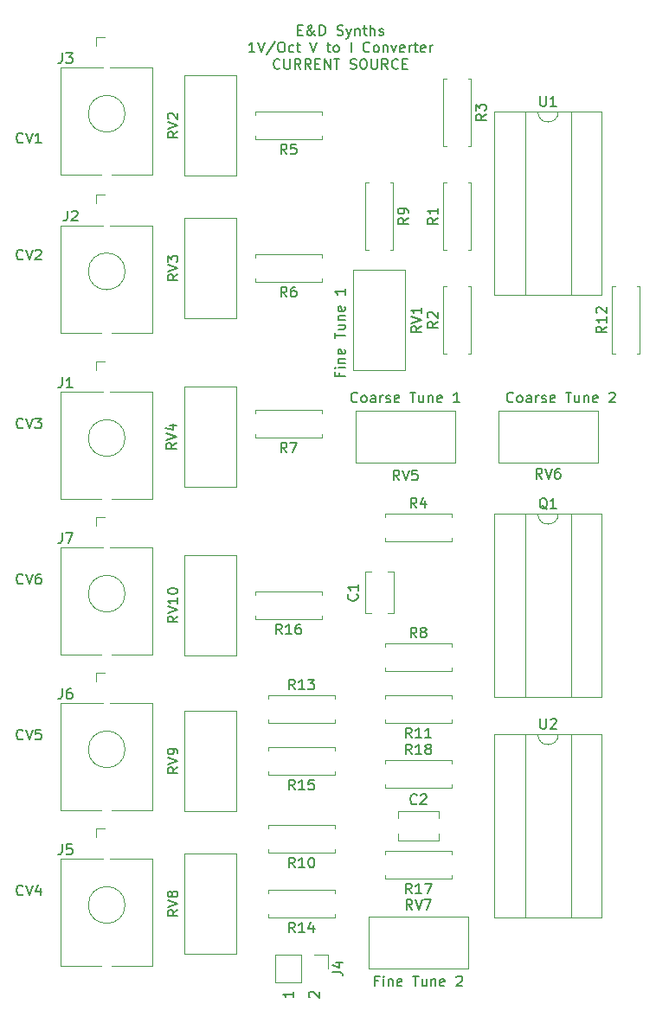
<source format=gto>
%TF.GenerationSoftware,KiCad,Pcbnew,(5.1.12)-1*%
%TF.CreationDate,2021-11-21T15:36:10-08:00*%
%TF.ProjectId,VCF,5643462e-6b69-4636-9164-5f7063625858,rev?*%
%TF.SameCoordinates,Original*%
%TF.FileFunction,Legend,Top*%
%TF.FilePolarity,Positive*%
%FSLAX46Y46*%
G04 Gerber Fmt 4.6, Leading zero omitted, Abs format (unit mm)*
G04 Created by KiCad (PCBNEW (5.1.12)-1) date 2021-11-21 15:36:10*
%MOMM*%
%LPD*%
G01*
G04 APERTURE LIST*
%ADD10C,0.150000*%
%ADD11C,0.120000*%
%ADD12O,2.400000X1.600000*%
%ADD13R,2.400000X1.600000*%
%ADD14C,1.440000*%
%ADD15O,1.600000X1.600000*%
%ADD16C,1.600000*%
%ADD17C,2.130000*%
%ADD18R,1.930000X1.830000*%
%ADD19O,1.700000X1.700000*%
%ADD20R,1.700000X1.700000*%
G04 APERTURE END LIST*
D10*
X92638571Y-67428571D02*
X92638571Y-67761904D01*
X93162380Y-67761904D02*
X92162380Y-67761904D01*
X92162380Y-67285714D01*
X93162380Y-66904761D02*
X92495714Y-66904761D01*
X92162380Y-66904761D02*
X92210000Y-66952380D01*
X92257619Y-66904761D01*
X92210000Y-66857142D01*
X92162380Y-66904761D01*
X92257619Y-66904761D01*
X92495714Y-66428571D02*
X93162380Y-66428571D01*
X92590952Y-66428571D02*
X92543333Y-66380952D01*
X92495714Y-66285714D01*
X92495714Y-66142857D01*
X92543333Y-66047619D01*
X92638571Y-66000000D01*
X93162380Y-66000000D01*
X93114761Y-65142857D02*
X93162380Y-65238095D01*
X93162380Y-65428571D01*
X93114761Y-65523809D01*
X93019523Y-65571428D01*
X92638571Y-65571428D01*
X92543333Y-65523809D01*
X92495714Y-65428571D01*
X92495714Y-65238095D01*
X92543333Y-65142857D01*
X92638571Y-65095238D01*
X92733809Y-65095238D01*
X92829047Y-65571428D01*
X92162380Y-64047619D02*
X92162380Y-63476190D01*
X93162380Y-63761904D02*
X92162380Y-63761904D01*
X92495714Y-62714285D02*
X93162380Y-62714285D01*
X92495714Y-63142857D02*
X93019523Y-63142857D01*
X93114761Y-63095238D01*
X93162380Y-63000000D01*
X93162380Y-62857142D01*
X93114761Y-62761904D01*
X93067142Y-62714285D01*
X92495714Y-62238095D02*
X93162380Y-62238095D01*
X92590952Y-62238095D02*
X92543333Y-62190476D01*
X92495714Y-62095238D01*
X92495714Y-61952380D01*
X92543333Y-61857142D01*
X92638571Y-61809523D01*
X93162380Y-61809523D01*
X93114761Y-60952380D02*
X93162380Y-61047619D01*
X93162380Y-61238095D01*
X93114761Y-61333333D01*
X93019523Y-61380952D01*
X92638571Y-61380952D01*
X92543333Y-61333333D01*
X92495714Y-61238095D01*
X92495714Y-61047619D01*
X92543333Y-60952380D01*
X92638571Y-60904761D01*
X92733809Y-60904761D01*
X92829047Y-61380952D01*
X93162380Y-59190476D02*
X93162380Y-59761904D01*
X93162380Y-59476190D02*
X92162380Y-59476190D01*
X92305238Y-59571428D01*
X92400476Y-59666666D01*
X92448095Y-59761904D01*
X96401428Y-126928571D02*
X96068095Y-126928571D01*
X96068095Y-127452380D02*
X96068095Y-126452380D01*
X96544285Y-126452380D01*
X96925238Y-127452380D02*
X96925238Y-126785714D01*
X96925238Y-126452380D02*
X96877619Y-126500000D01*
X96925238Y-126547619D01*
X96972857Y-126500000D01*
X96925238Y-126452380D01*
X96925238Y-126547619D01*
X97401428Y-126785714D02*
X97401428Y-127452380D01*
X97401428Y-126880952D02*
X97449047Y-126833333D01*
X97544285Y-126785714D01*
X97687142Y-126785714D01*
X97782380Y-126833333D01*
X97830000Y-126928571D01*
X97830000Y-127452380D01*
X98687142Y-127404761D02*
X98591904Y-127452380D01*
X98401428Y-127452380D01*
X98306190Y-127404761D01*
X98258571Y-127309523D01*
X98258571Y-126928571D01*
X98306190Y-126833333D01*
X98401428Y-126785714D01*
X98591904Y-126785714D01*
X98687142Y-126833333D01*
X98734761Y-126928571D01*
X98734761Y-127023809D01*
X98258571Y-127119047D01*
X99782380Y-126452380D02*
X100353809Y-126452380D01*
X100068095Y-127452380D02*
X100068095Y-126452380D01*
X101115714Y-126785714D02*
X101115714Y-127452380D01*
X100687142Y-126785714D02*
X100687142Y-127309523D01*
X100734761Y-127404761D01*
X100830000Y-127452380D01*
X100972857Y-127452380D01*
X101068095Y-127404761D01*
X101115714Y-127357142D01*
X101591904Y-126785714D02*
X101591904Y-127452380D01*
X101591904Y-126880952D02*
X101639523Y-126833333D01*
X101734761Y-126785714D01*
X101877619Y-126785714D01*
X101972857Y-126833333D01*
X102020476Y-126928571D01*
X102020476Y-127452380D01*
X102877619Y-127404761D02*
X102782380Y-127452380D01*
X102591904Y-127452380D01*
X102496666Y-127404761D01*
X102449047Y-127309523D01*
X102449047Y-126928571D01*
X102496666Y-126833333D01*
X102591904Y-126785714D01*
X102782380Y-126785714D01*
X102877619Y-126833333D01*
X102925238Y-126928571D01*
X102925238Y-127023809D01*
X102449047Y-127119047D01*
X104068095Y-126547619D02*
X104115714Y-126500000D01*
X104210952Y-126452380D01*
X104449047Y-126452380D01*
X104544285Y-126500000D01*
X104591904Y-126547619D01*
X104639523Y-126642857D01*
X104639523Y-126738095D01*
X104591904Y-126880952D01*
X104020476Y-127452380D01*
X104639523Y-127452380D01*
X89717619Y-128555714D02*
X89670000Y-128508095D01*
X89622380Y-128412857D01*
X89622380Y-128174761D01*
X89670000Y-128079523D01*
X89717619Y-128031904D01*
X89812857Y-127984285D01*
X89908095Y-127984285D01*
X90050952Y-128031904D01*
X90622380Y-128603333D01*
X90622380Y-127984285D01*
X88082380Y-127984285D02*
X88082380Y-128555714D01*
X88082380Y-128270000D02*
X87082380Y-128270000D01*
X87225238Y-128365238D01*
X87320476Y-128460476D01*
X87368095Y-128555714D01*
X109609523Y-70207142D02*
X109561904Y-70254761D01*
X109419047Y-70302380D01*
X109323809Y-70302380D01*
X109180952Y-70254761D01*
X109085714Y-70159523D01*
X109038095Y-70064285D01*
X108990476Y-69873809D01*
X108990476Y-69730952D01*
X109038095Y-69540476D01*
X109085714Y-69445238D01*
X109180952Y-69350000D01*
X109323809Y-69302380D01*
X109419047Y-69302380D01*
X109561904Y-69350000D01*
X109609523Y-69397619D01*
X110180952Y-70302380D02*
X110085714Y-70254761D01*
X110038095Y-70207142D01*
X109990476Y-70111904D01*
X109990476Y-69826190D01*
X110038095Y-69730952D01*
X110085714Y-69683333D01*
X110180952Y-69635714D01*
X110323809Y-69635714D01*
X110419047Y-69683333D01*
X110466666Y-69730952D01*
X110514285Y-69826190D01*
X110514285Y-70111904D01*
X110466666Y-70207142D01*
X110419047Y-70254761D01*
X110323809Y-70302380D01*
X110180952Y-70302380D01*
X111371428Y-70302380D02*
X111371428Y-69778571D01*
X111323809Y-69683333D01*
X111228571Y-69635714D01*
X111038095Y-69635714D01*
X110942857Y-69683333D01*
X111371428Y-70254761D02*
X111276190Y-70302380D01*
X111038095Y-70302380D01*
X110942857Y-70254761D01*
X110895238Y-70159523D01*
X110895238Y-70064285D01*
X110942857Y-69969047D01*
X111038095Y-69921428D01*
X111276190Y-69921428D01*
X111371428Y-69873809D01*
X111847619Y-70302380D02*
X111847619Y-69635714D01*
X111847619Y-69826190D02*
X111895238Y-69730952D01*
X111942857Y-69683333D01*
X112038095Y-69635714D01*
X112133333Y-69635714D01*
X112419047Y-70254761D02*
X112514285Y-70302380D01*
X112704761Y-70302380D01*
X112800000Y-70254761D01*
X112847619Y-70159523D01*
X112847619Y-70111904D01*
X112800000Y-70016666D01*
X112704761Y-69969047D01*
X112561904Y-69969047D01*
X112466666Y-69921428D01*
X112419047Y-69826190D01*
X112419047Y-69778571D01*
X112466666Y-69683333D01*
X112561904Y-69635714D01*
X112704761Y-69635714D01*
X112800000Y-69683333D01*
X113657142Y-70254761D02*
X113561904Y-70302380D01*
X113371428Y-70302380D01*
X113276190Y-70254761D01*
X113228571Y-70159523D01*
X113228571Y-69778571D01*
X113276190Y-69683333D01*
X113371428Y-69635714D01*
X113561904Y-69635714D01*
X113657142Y-69683333D01*
X113704761Y-69778571D01*
X113704761Y-69873809D01*
X113228571Y-69969047D01*
X114752380Y-69302380D02*
X115323809Y-69302380D01*
X115038095Y-70302380D02*
X115038095Y-69302380D01*
X116085714Y-69635714D02*
X116085714Y-70302380D01*
X115657142Y-69635714D02*
X115657142Y-70159523D01*
X115704761Y-70254761D01*
X115800000Y-70302380D01*
X115942857Y-70302380D01*
X116038095Y-70254761D01*
X116085714Y-70207142D01*
X116561904Y-69635714D02*
X116561904Y-70302380D01*
X116561904Y-69730952D02*
X116609523Y-69683333D01*
X116704761Y-69635714D01*
X116847619Y-69635714D01*
X116942857Y-69683333D01*
X116990476Y-69778571D01*
X116990476Y-70302380D01*
X117847619Y-70254761D02*
X117752380Y-70302380D01*
X117561904Y-70302380D01*
X117466666Y-70254761D01*
X117419047Y-70159523D01*
X117419047Y-69778571D01*
X117466666Y-69683333D01*
X117561904Y-69635714D01*
X117752380Y-69635714D01*
X117847619Y-69683333D01*
X117895238Y-69778571D01*
X117895238Y-69873809D01*
X117419047Y-69969047D01*
X119038095Y-69397619D02*
X119085714Y-69350000D01*
X119180952Y-69302380D01*
X119419047Y-69302380D01*
X119514285Y-69350000D01*
X119561904Y-69397619D01*
X119609523Y-69492857D01*
X119609523Y-69588095D01*
X119561904Y-69730952D01*
X118990476Y-70302380D01*
X119609523Y-70302380D01*
X94369523Y-70207142D02*
X94321904Y-70254761D01*
X94179047Y-70302380D01*
X94083809Y-70302380D01*
X93940952Y-70254761D01*
X93845714Y-70159523D01*
X93798095Y-70064285D01*
X93750476Y-69873809D01*
X93750476Y-69730952D01*
X93798095Y-69540476D01*
X93845714Y-69445238D01*
X93940952Y-69350000D01*
X94083809Y-69302380D01*
X94179047Y-69302380D01*
X94321904Y-69350000D01*
X94369523Y-69397619D01*
X94940952Y-70302380D02*
X94845714Y-70254761D01*
X94798095Y-70207142D01*
X94750476Y-70111904D01*
X94750476Y-69826190D01*
X94798095Y-69730952D01*
X94845714Y-69683333D01*
X94940952Y-69635714D01*
X95083809Y-69635714D01*
X95179047Y-69683333D01*
X95226666Y-69730952D01*
X95274285Y-69826190D01*
X95274285Y-70111904D01*
X95226666Y-70207142D01*
X95179047Y-70254761D01*
X95083809Y-70302380D01*
X94940952Y-70302380D01*
X96131428Y-70302380D02*
X96131428Y-69778571D01*
X96083809Y-69683333D01*
X95988571Y-69635714D01*
X95798095Y-69635714D01*
X95702857Y-69683333D01*
X96131428Y-70254761D02*
X96036190Y-70302380D01*
X95798095Y-70302380D01*
X95702857Y-70254761D01*
X95655238Y-70159523D01*
X95655238Y-70064285D01*
X95702857Y-69969047D01*
X95798095Y-69921428D01*
X96036190Y-69921428D01*
X96131428Y-69873809D01*
X96607619Y-70302380D02*
X96607619Y-69635714D01*
X96607619Y-69826190D02*
X96655238Y-69730952D01*
X96702857Y-69683333D01*
X96798095Y-69635714D01*
X96893333Y-69635714D01*
X97179047Y-70254761D02*
X97274285Y-70302380D01*
X97464761Y-70302380D01*
X97560000Y-70254761D01*
X97607619Y-70159523D01*
X97607619Y-70111904D01*
X97560000Y-70016666D01*
X97464761Y-69969047D01*
X97321904Y-69969047D01*
X97226666Y-69921428D01*
X97179047Y-69826190D01*
X97179047Y-69778571D01*
X97226666Y-69683333D01*
X97321904Y-69635714D01*
X97464761Y-69635714D01*
X97560000Y-69683333D01*
X98417142Y-70254761D02*
X98321904Y-70302380D01*
X98131428Y-70302380D01*
X98036190Y-70254761D01*
X97988571Y-70159523D01*
X97988571Y-69778571D01*
X98036190Y-69683333D01*
X98131428Y-69635714D01*
X98321904Y-69635714D01*
X98417142Y-69683333D01*
X98464761Y-69778571D01*
X98464761Y-69873809D01*
X97988571Y-69969047D01*
X99512380Y-69302380D02*
X100083809Y-69302380D01*
X99798095Y-70302380D02*
X99798095Y-69302380D01*
X100845714Y-69635714D02*
X100845714Y-70302380D01*
X100417142Y-69635714D02*
X100417142Y-70159523D01*
X100464761Y-70254761D01*
X100560000Y-70302380D01*
X100702857Y-70302380D01*
X100798095Y-70254761D01*
X100845714Y-70207142D01*
X101321904Y-69635714D02*
X101321904Y-70302380D01*
X101321904Y-69730952D02*
X101369523Y-69683333D01*
X101464761Y-69635714D01*
X101607619Y-69635714D01*
X101702857Y-69683333D01*
X101750476Y-69778571D01*
X101750476Y-70302380D01*
X102607619Y-70254761D02*
X102512380Y-70302380D01*
X102321904Y-70302380D01*
X102226666Y-70254761D01*
X102179047Y-70159523D01*
X102179047Y-69778571D01*
X102226666Y-69683333D01*
X102321904Y-69635714D01*
X102512380Y-69635714D01*
X102607619Y-69683333D01*
X102655238Y-69778571D01*
X102655238Y-69873809D01*
X102179047Y-69969047D01*
X104369523Y-70302380D02*
X103798095Y-70302380D01*
X104083809Y-70302380D02*
X104083809Y-69302380D01*
X103988571Y-69445238D01*
X103893333Y-69540476D01*
X103798095Y-69588095D01*
X61634761Y-87987142D02*
X61587142Y-88034761D01*
X61444285Y-88082380D01*
X61349047Y-88082380D01*
X61206190Y-88034761D01*
X61110952Y-87939523D01*
X61063333Y-87844285D01*
X61015714Y-87653809D01*
X61015714Y-87510952D01*
X61063333Y-87320476D01*
X61110952Y-87225238D01*
X61206190Y-87130000D01*
X61349047Y-87082380D01*
X61444285Y-87082380D01*
X61587142Y-87130000D01*
X61634761Y-87177619D01*
X61920476Y-87082380D02*
X62253809Y-88082380D01*
X62587142Y-87082380D01*
X63349047Y-87082380D02*
X63158571Y-87082380D01*
X63063333Y-87130000D01*
X63015714Y-87177619D01*
X62920476Y-87320476D01*
X62872857Y-87510952D01*
X62872857Y-87891904D01*
X62920476Y-87987142D01*
X62968095Y-88034761D01*
X63063333Y-88082380D01*
X63253809Y-88082380D01*
X63349047Y-88034761D01*
X63396666Y-87987142D01*
X63444285Y-87891904D01*
X63444285Y-87653809D01*
X63396666Y-87558571D01*
X63349047Y-87510952D01*
X63253809Y-87463333D01*
X63063333Y-87463333D01*
X62968095Y-87510952D01*
X62920476Y-87558571D01*
X62872857Y-87653809D01*
X61634761Y-103227142D02*
X61587142Y-103274761D01*
X61444285Y-103322380D01*
X61349047Y-103322380D01*
X61206190Y-103274761D01*
X61110952Y-103179523D01*
X61063333Y-103084285D01*
X61015714Y-102893809D01*
X61015714Y-102750952D01*
X61063333Y-102560476D01*
X61110952Y-102465238D01*
X61206190Y-102370000D01*
X61349047Y-102322380D01*
X61444285Y-102322380D01*
X61587142Y-102370000D01*
X61634761Y-102417619D01*
X61920476Y-102322380D02*
X62253809Y-103322380D01*
X62587142Y-102322380D01*
X63396666Y-102322380D02*
X62920476Y-102322380D01*
X62872857Y-102798571D01*
X62920476Y-102750952D01*
X63015714Y-102703333D01*
X63253809Y-102703333D01*
X63349047Y-102750952D01*
X63396666Y-102798571D01*
X63444285Y-102893809D01*
X63444285Y-103131904D01*
X63396666Y-103227142D01*
X63349047Y-103274761D01*
X63253809Y-103322380D01*
X63015714Y-103322380D01*
X62920476Y-103274761D01*
X62872857Y-103227142D01*
X61634761Y-118467142D02*
X61587142Y-118514761D01*
X61444285Y-118562380D01*
X61349047Y-118562380D01*
X61206190Y-118514761D01*
X61110952Y-118419523D01*
X61063333Y-118324285D01*
X61015714Y-118133809D01*
X61015714Y-117990952D01*
X61063333Y-117800476D01*
X61110952Y-117705238D01*
X61206190Y-117610000D01*
X61349047Y-117562380D01*
X61444285Y-117562380D01*
X61587142Y-117610000D01*
X61634761Y-117657619D01*
X61920476Y-117562380D02*
X62253809Y-118562380D01*
X62587142Y-117562380D01*
X63349047Y-117895714D02*
X63349047Y-118562380D01*
X63110952Y-117514761D02*
X62872857Y-118229047D01*
X63491904Y-118229047D01*
X61634761Y-72747142D02*
X61587142Y-72794761D01*
X61444285Y-72842380D01*
X61349047Y-72842380D01*
X61206190Y-72794761D01*
X61110952Y-72699523D01*
X61063333Y-72604285D01*
X61015714Y-72413809D01*
X61015714Y-72270952D01*
X61063333Y-72080476D01*
X61110952Y-71985238D01*
X61206190Y-71890000D01*
X61349047Y-71842380D01*
X61444285Y-71842380D01*
X61587142Y-71890000D01*
X61634761Y-71937619D01*
X61920476Y-71842380D02*
X62253809Y-72842380D01*
X62587142Y-71842380D01*
X62825238Y-71842380D02*
X63444285Y-71842380D01*
X63110952Y-72223333D01*
X63253809Y-72223333D01*
X63349047Y-72270952D01*
X63396666Y-72318571D01*
X63444285Y-72413809D01*
X63444285Y-72651904D01*
X63396666Y-72747142D01*
X63349047Y-72794761D01*
X63253809Y-72842380D01*
X62968095Y-72842380D01*
X62872857Y-72794761D01*
X62825238Y-72747142D01*
X61634761Y-56237142D02*
X61587142Y-56284761D01*
X61444285Y-56332380D01*
X61349047Y-56332380D01*
X61206190Y-56284761D01*
X61110952Y-56189523D01*
X61063333Y-56094285D01*
X61015714Y-55903809D01*
X61015714Y-55760952D01*
X61063333Y-55570476D01*
X61110952Y-55475238D01*
X61206190Y-55380000D01*
X61349047Y-55332380D01*
X61444285Y-55332380D01*
X61587142Y-55380000D01*
X61634761Y-55427619D01*
X61920476Y-55332380D02*
X62253809Y-56332380D01*
X62587142Y-55332380D01*
X62872857Y-55427619D02*
X62920476Y-55380000D01*
X63015714Y-55332380D01*
X63253809Y-55332380D01*
X63349047Y-55380000D01*
X63396666Y-55427619D01*
X63444285Y-55522857D01*
X63444285Y-55618095D01*
X63396666Y-55760952D01*
X62825238Y-56332380D01*
X63444285Y-56332380D01*
X61634761Y-44807142D02*
X61587142Y-44854761D01*
X61444285Y-44902380D01*
X61349047Y-44902380D01*
X61206190Y-44854761D01*
X61110952Y-44759523D01*
X61063333Y-44664285D01*
X61015714Y-44473809D01*
X61015714Y-44330952D01*
X61063333Y-44140476D01*
X61110952Y-44045238D01*
X61206190Y-43950000D01*
X61349047Y-43902380D01*
X61444285Y-43902380D01*
X61587142Y-43950000D01*
X61634761Y-43997619D01*
X61920476Y-43902380D02*
X62253809Y-44902380D01*
X62587142Y-43902380D01*
X63444285Y-44902380D02*
X62872857Y-44902380D01*
X63158571Y-44902380D02*
X63158571Y-43902380D01*
X63063333Y-44045238D01*
X62968095Y-44140476D01*
X62872857Y-44188095D01*
X88543333Y-33838571D02*
X88876666Y-33838571D01*
X89019523Y-34362380D02*
X88543333Y-34362380D01*
X88543333Y-33362380D01*
X89019523Y-33362380D01*
X90257619Y-34362380D02*
X90210000Y-34362380D01*
X90114761Y-34314761D01*
X89971904Y-34171904D01*
X89733809Y-33886190D01*
X89638571Y-33743333D01*
X89590952Y-33600476D01*
X89590952Y-33505238D01*
X89638571Y-33410000D01*
X89733809Y-33362380D01*
X89781428Y-33362380D01*
X89876666Y-33410000D01*
X89924285Y-33505238D01*
X89924285Y-33552857D01*
X89876666Y-33648095D01*
X89829047Y-33695714D01*
X89543333Y-33886190D01*
X89495714Y-33933809D01*
X89448095Y-34029047D01*
X89448095Y-34171904D01*
X89495714Y-34267142D01*
X89543333Y-34314761D01*
X89638571Y-34362380D01*
X89781428Y-34362380D01*
X89876666Y-34314761D01*
X89924285Y-34267142D01*
X90067142Y-34076666D01*
X90114761Y-33933809D01*
X90114761Y-33838571D01*
X90686190Y-34362380D02*
X90686190Y-33362380D01*
X90924285Y-33362380D01*
X91067142Y-33410000D01*
X91162380Y-33505238D01*
X91210000Y-33600476D01*
X91257619Y-33790952D01*
X91257619Y-33933809D01*
X91210000Y-34124285D01*
X91162380Y-34219523D01*
X91067142Y-34314761D01*
X90924285Y-34362380D01*
X90686190Y-34362380D01*
X92400476Y-34314761D02*
X92543333Y-34362380D01*
X92781428Y-34362380D01*
X92876666Y-34314761D01*
X92924285Y-34267142D01*
X92971904Y-34171904D01*
X92971904Y-34076666D01*
X92924285Y-33981428D01*
X92876666Y-33933809D01*
X92781428Y-33886190D01*
X92590952Y-33838571D01*
X92495714Y-33790952D01*
X92448095Y-33743333D01*
X92400476Y-33648095D01*
X92400476Y-33552857D01*
X92448095Y-33457619D01*
X92495714Y-33410000D01*
X92590952Y-33362380D01*
X92829047Y-33362380D01*
X92971904Y-33410000D01*
X93305238Y-33695714D02*
X93543333Y-34362380D01*
X93781428Y-33695714D02*
X93543333Y-34362380D01*
X93448095Y-34600476D01*
X93400476Y-34648095D01*
X93305238Y-34695714D01*
X94162380Y-33695714D02*
X94162380Y-34362380D01*
X94162380Y-33790952D02*
X94210000Y-33743333D01*
X94305238Y-33695714D01*
X94448095Y-33695714D01*
X94543333Y-33743333D01*
X94590952Y-33838571D01*
X94590952Y-34362380D01*
X94924285Y-33695714D02*
X95305238Y-33695714D01*
X95067142Y-33362380D02*
X95067142Y-34219523D01*
X95114761Y-34314761D01*
X95210000Y-34362380D01*
X95305238Y-34362380D01*
X95638571Y-34362380D02*
X95638571Y-33362380D01*
X96067142Y-34362380D02*
X96067142Y-33838571D01*
X96019523Y-33743333D01*
X95924285Y-33695714D01*
X95781428Y-33695714D01*
X95686190Y-33743333D01*
X95638571Y-33790952D01*
X96495714Y-34314761D02*
X96590952Y-34362380D01*
X96781428Y-34362380D01*
X96876666Y-34314761D01*
X96924285Y-34219523D01*
X96924285Y-34171904D01*
X96876666Y-34076666D01*
X96781428Y-34029047D01*
X96638571Y-34029047D01*
X96543333Y-33981428D01*
X96495714Y-33886190D01*
X96495714Y-33838571D01*
X96543333Y-33743333D01*
X96638571Y-33695714D01*
X96781428Y-33695714D01*
X96876666Y-33743333D01*
X84329047Y-36012380D02*
X83757619Y-36012380D01*
X84043333Y-36012380D02*
X84043333Y-35012380D01*
X83948095Y-35155238D01*
X83852857Y-35250476D01*
X83757619Y-35298095D01*
X84614761Y-35012380D02*
X84948095Y-36012380D01*
X85281428Y-35012380D01*
X86329047Y-34964761D02*
X85471904Y-36250476D01*
X86852857Y-35012380D02*
X87043333Y-35012380D01*
X87138571Y-35060000D01*
X87233809Y-35155238D01*
X87281428Y-35345714D01*
X87281428Y-35679047D01*
X87233809Y-35869523D01*
X87138571Y-35964761D01*
X87043333Y-36012380D01*
X86852857Y-36012380D01*
X86757619Y-35964761D01*
X86662380Y-35869523D01*
X86614761Y-35679047D01*
X86614761Y-35345714D01*
X86662380Y-35155238D01*
X86757619Y-35060000D01*
X86852857Y-35012380D01*
X88138571Y-35964761D02*
X88043333Y-36012380D01*
X87852857Y-36012380D01*
X87757619Y-35964761D01*
X87710000Y-35917142D01*
X87662380Y-35821904D01*
X87662380Y-35536190D01*
X87710000Y-35440952D01*
X87757619Y-35393333D01*
X87852857Y-35345714D01*
X88043333Y-35345714D01*
X88138571Y-35393333D01*
X88424285Y-35345714D02*
X88805238Y-35345714D01*
X88567142Y-35012380D02*
X88567142Y-35869523D01*
X88614761Y-35964761D01*
X88710000Y-36012380D01*
X88805238Y-36012380D01*
X89757619Y-35012380D02*
X90090952Y-36012380D01*
X90424285Y-35012380D01*
X91376666Y-35345714D02*
X91757619Y-35345714D01*
X91519523Y-35012380D02*
X91519523Y-35869523D01*
X91567142Y-35964761D01*
X91662380Y-36012380D01*
X91757619Y-36012380D01*
X92233809Y-36012380D02*
X92138571Y-35964761D01*
X92090952Y-35917142D01*
X92043333Y-35821904D01*
X92043333Y-35536190D01*
X92090952Y-35440952D01*
X92138571Y-35393333D01*
X92233809Y-35345714D01*
X92376666Y-35345714D01*
X92471904Y-35393333D01*
X92519523Y-35440952D01*
X92567142Y-35536190D01*
X92567142Y-35821904D01*
X92519523Y-35917142D01*
X92471904Y-35964761D01*
X92376666Y-36012380D01*
X92233809Y-36012380D01*
X93757619Y-36012380D02*
X93757619Y-35012380D01*
X95567142Y-35917142D02*
X95519523Y-35964761D01*
X95376666Y-36012380D01*
X95281428Y-36012380D01*
X95138571Y-35964761D01*
X95043333Y-35869523D01*
X94995714Y-35774285D01*
X94948095Y-35583809D01*
X94948095Y-35440952D01*
X94995714Y-35250476D01*
X95043333Y-35155238D01*
X95138571Y-35060000D01*
X95281428Y-35012380D01*
X95376666Y-35012380D01*
X95519523Y-35060000D01*
X95567142Y-35107619D01*
X96138571Y-36012380D02*
X96043333Y-35964761D01*
X95995714Y-35917142D01*
X95948095Y-35821904D01*
X95948095Y-35536190D01*
X95995714Y-35440952D01*
X96043333Y-35393333D01*
X96138571Y-35345714D01*
X96281428Y-35345714D01*
X96376666Y-35393333D01*
X96424285Y-35440952D01*
X96471904Y-35536190D01*
X96471904Y-35821904D01*
X96424285Y-35917142D01*
X96376666Y-35964761D01*
X96281428Y-36012380D01*
X96138571Y-36012380D01*
X96900476Y-35345714D02*
X96900476Y-36012380D01*
X96900476Y-35440952D02*
X96948095Y-35393333D01*
X97043333Y-35345714D01*
X97186190Y-35345714D01*
X97281428Y-35393333D01*
X97329047Y-35488571D01*
X97329047Y-36012380D01*
X97710000Y-35345714D02*
X97948095Y-36012380D01*
X98186190Y-35345714D01*
X98948095Y-35964761D02*
X98852857Y-36012380D01*
X98662380Y-36012380D01*
X98567142Y-35964761D01*
X98519523Y-35869523D01*
X98519523Y-35488571D01*
X98567142Y-35393333D01*
X98662380Y-35345714D01*
X98852857Y-35345714D01*
X98948095Y-35393333D01*
X98995714Y-35488571D01*
X98995714Y-35583809D01*
X98519523Y-35679047D01*
X99424285Y-36012380D02*
X99424285Y-35345714D01*
X99424285Y-35536190D02*
X99471904Y-35440952D01*
X99519523Y-35393333D01*
X99614761Y-35345714D01*
X99709999Y-35345714D01*
X99900476Y-35345714D02*
X100281428Y-35345714D01*
X100043333Y-35012380D02*
X100043333Y-35869523D01*
X100090952Y-35964761D01*
X100186190Y-36012380D01*
X100281428Y-36012380D01*
X100995714Y-35964761D02*
X100900476Y-36012380D01*
X100709999Y-36012380D01*
X100614761Y-35964761D01*
X100567142Y-35869523D01*
X100567142Y-35488571D01*
X100614761Y-35393333D01*
X100709999Y-35345714D01*
X100900476Y-35345714D01*
X100995714Y-35393333D01*
X101043333Y-35488571D01*
X101043333Y-35583809D01*
X100567142Y-35679047D01*
X101471904Y-36012380D02*
X101471904Y-35345714D01*
X101471904Y-35536190D02*
X101519523Y-35440952D01*
X101567142Y-35393333D01*
X101662380Y-35345714D01*
X101757619Y-35345714D01*
X86781428Y-37567142D02*
X86733809Y-37614761D01*
X86590952Y-37662380D01*
X86495714Y-37662380D01*
X86352857Y-37614761D01*
X86257619Y-37519523D01*
X86210000Y-37424285D01*
X86162380Y-37233809D01*
X86162380Y-37090952D01*
X86210000Y-36900476D01*
X86257619Y-36805238D01*
X86352857Y-36710000D01*
X86495714Y-36662380D01*
X86590952Y-36662380D01*
X86733809Y-36710000D01*
X86781428Y-36757619D01*
X87210000Y-36662380D02*
X87210000Y-37471904D01*
X87257619Y-37567142D01*
X87305238Y-37614761D01*
X87400476Y-37662380D01*
X87590952Y-37662380D01*
X87686190Y-37614761D01*
X87733809Y-37567142D01*
X87781428Y-37471904D01*
X87781428Y-36662380D01*
X88829047Y-37662380D02*
X88495714Y-37186190D01*
X88257619Y-37662380D02*
X88257619Y-36662380D01*
X88638571Y-36662380D01*
X88733809Y-36710000D01*
X88781428Y-36757619D01*
X88829047Y-36852857D01*
X88829047Y-36995714D01*
X88781428Y-37090952D01*
X88733809Y-37138571D01*
X88638571Y-37186190D01*
X88257619Y-37186190D01*
X89829047Y-37662380D02*
X89495714Y-37186190D01*
X89257619Y-37662380D02*
X89257619Y-36662380D01*
X89638571Y-36662380D01*
X89733809Y-36710000D01*
X89781428Y-36757619D01*
X89829047Y-36852857D01*
X89829047Y-36995714D01*
X89781428Y-37090952D01*
X89733809Y-37138571D01*
X89638571Y-37186190D01*
X89257619Y-37186190D01*
X90257619Y-37138571D02*
X90590952Y-37138571D01*
X90733809Y-37662380D02*
X90257619Y-37662380D01*
X90257619Y-36662380D01*
X90733809Y-36662380D01*
X91162380Y-37662380D02*
X91162380Y-36662380D01*
X91733809Y-37662380D01*
X91733809Y-36662380D01*
X92067142Y-36662380D02*
X92638571Y-36662380D01*
X92352857Y-37662380D02*
X92352857Y-36662380D01*
X93686190Y-37614761D02*
X93829047Y-37662380D01*
X94067142Y-37662380D01*
X94162380Y-37614761D01*
X94210000Y-37567142D01*
X94257619Y-37471904D01*
X94257619Y-37376666D01*
X94210000Y-37281428D01*
X94162380Y-37233809D01*
X94067142Y-37186190D01*
X93876666Y-37138571D01*
X93781428Y-37090952D01*
X93733809Y-37043333D01*
X93686190Y-36948095D01*
X93686190Y-36852857D01*
X93733809Y-36757619D01*
X93781428Y-36710000D01*
X93876666Y-36662380D01*
X94114761Y-36662380D01*
X94257619Y-36710000D01*
X94876666Y-36662380D02*
X95067142Y-36662380D01*
X95162380Y-36710000D01*
X95257619Y-36805238D01*
X95305238Y-36995714D01*
X95305238Y-37329047D01*
X95257619Y-37519523D01*
X95162380Y-37614761D01*
X95067142Y-37662380D01*
X94876666Y-37662380D01*
X94781428Y-37614761D01*
X94686190Y-37519523D01*
X94638571Y-37329047D01*
X94638571Y-36995714D01*
X94686190Y-36805238D01*
X94781428Y-36710000D01*
X94876666Y-36662380D01*
X95733809Y-36662380D02*
X95733809Y-37471904D01*
X95781428Y-37567142D01*
X95829047Y-37614761D01*
X95924285Y-37662380D01*
X96114761Y-37662380D01*
X96210000Y-37614761D01*
X96257619Y-37567142D01*
X96305238Y-37471904D01*
X96305238Y-36662380D01*
X97352857Y-37662380D02*
X97019523Y-37186190D01*
X96781428Y-37662380D02*
X96781428Y-36662380D01*
X97162380Y-36662380D01*
X97257619Y-36710000D01*
X97305238Y-36757619D01*
X97352857Y-36852857D01*
X97352857Y-36995714D01*
X97305238Y-37090952D01*
X97257619Y-37138571D01*
X97162380Y-37186190D01*
X96781428Y-37186190D01*
X98352857Y-37567142D02*
X98305238Y-37614761D01*
X98162380Y-37662380D01*
X98067142Y-37662380D01*
X97924285Y-37614761D01*
X97829047Y-37519523D01*
X97781428Y-37424285D01*
X97733809Y-37233809D01*
X97733809Y-37090952D01*
X97781428Y-36900476D01*
X97829047Y-36805238D01*
X97924285Y-36710000D01*
X98067142Y-36662380D01*
X98162380Y-36662380D01*
X98305238Y-36710000D01*
X98352857Y-36757619D01*
X98781428Y-37138571D02*
X99114761Y-37138571D01*
X99257619Y-37662380D02*
X98781428Y-37662380D01*
X98781428Y-36662380D01*
X99257619Y-36662380D01*
D11*
%TO.C,U2*%
X114030000Y-102810000D02*
G75*
G02*
X112030000Y-102810000I-1000000J0D01*
G01*
X112030000Y-102810000D02*
X110780000Y-102810000D01*
X110780000Y-102810000D02*
X110780000Y-120710000D01*
X110780000Y-120710000D02*
X115280000Y-120710000D01*
X115280000Y-120710000D02*
X115280000Y-102810000D01*
X115280000Y-102810000D02*
X114030000Y-102810000D01*
X107780000Y-102750000D02*
X107780000Y-120770000D01*
X107780000Y-120770000D02*
X118280000Y-120770000D01*
X118280000Y-120770000D02*
X118280000Y-102750000D01*
X118280000Y-102750000D02*
X107780000Y-102750000D01*
%TO.C,U1*%
X114030000Y-41850000D02*
G75*
G02*
X112030000Y-41850000I-1000000J0D01*
G01*
X112030000Y-41850000D02*
X110780000Y-41850000D01*
X110780000Y-41850000D02*
X110780000Y-59750000D01*
X110780000Y-59750000D02*
X115280000Y-59750000D01*
X115280000Y-59750000D02*
X115280000Y-41850000D01*
X115280000Y-41850000D02*
X114030000Y-41850000D01*
X107780000Y-41790000D02*
X107780000Y-59810000D01*
X107780000Y-59810000D02*
X118280000Y-59810000D01*
X118280000Y-59810000D02*
X118280000Y-41790000D01*
X118280000Y-41790000D02*
X107780000Y-41790000D01*
%TO.C,RV10*%
X77480000Y-95055000D02*
X77480000Y-85285000D01*
X82550000Y-95055000D02*
X82550000Y-85285000D01*
X77480000Y-95055000D02*
X82550000Y-95055000D01*
X77480000Y-85285000D02*
X82550000Y-85285000D01*
%TO.C,RV9*%
X77480000Y-110295000D02*
X77480000Y-100525000D01*
X82550000Y-110295000D02*
X82550000Y-100525000D01*
X77480000Y-110295000D02*
X82550000Y-110295000D01*
X77480000Y-100525000D02*
X82550000Y-100525000D01*
%TO.C,RV8*%
X77480000Y-124265000D02*
X77480000Y-114495000D01*
X82550000Y-124265000D02*
X82550000Y-114495000D01*
X77480000Y-124265000D02*
X82550000Y-124265000D01*
X77480000Y-114495000D02*
X82550000Y-114495000D01*
%TO.C,RV7*%
X95445000Y-120660000D02*
X105215000Y-120660000D01*
X95445000Y-125730000D02*
X105215000Y-125730000D01*
X95445000Y-120660000D02*
X95445000Y-125730000D01*
X105215000Y-120660000D02*
X105215000Y-125730000D01*
%TO.C,RV6*%
X117915000Y-76190000D02*
X108145000Y-76190000D01*
X117915000Y-71120000D02*
X108145000Y-71120000D01*
X117915000Y-76190000D02*
X117915000Y-71120000D01*
X108145000Y-76190000D02*
X108145000Y-71120000D01*
%TO.C,RV5*%
X94175000Y-71130000D02*
X103945000Y-71130000D01*
X94175000Y-76200000D02*
X103945000Y-76200000D01*
X94175000Y-71130000D02*
X94175000Y-76200000D01*
X103945000Y-71130000D02*
X103945000Y-76200000D01*
%TO.C,RV4*%
X82540000Y-68775000D02*
X82540000Y-78545000D01*
X77470000Y-68775000D02*
X77470000Y-78545000D01*
X82540000Y-68775000D02*
X77470000Y-68775000D01*
X82540000Y-78545000D02*
X77470000Y-78545000D01*
%TO.C,RV3*%
X77480000Y-62035000D02*
X77480000Y-52265000D01*
X82550000Y-62035000D02*
X82550000Y-52265000D01*
X77480000Y-62035000D02*
X82550000Y-62035000D01*
X77480000Y-52265000D02*
X82550000Y-52265000D01*
%TO.C,RV2*%
X77480000Y-48065000D02*
X77480000Y-38295000D01*
X82550000Y-48065000D02*
X82550000Y-38295000D01*
X77480000Y-48065000D02*
X82550000Y-48065000D01*
X77480000Y-38295000D02*
X82550000Y-38295000D01*
%TO.C,RV1*%
X99050000Y-57345000D02*
X99050000Y-67115000D01*
X93980000Y-57345000D02*
X93980000Y-67115000D01*
X99050000Y-57345000D02*
X93980000Y-57345000D01*
X99050000Y-67115000D02*
X93980000Y-67115000D01*
%TO.C,R18*%
X97060000Y-105640000D02*
X97060000Y-105310000D01*
X97060000Y-105310000D02*
X103600000Y-105310000D01*
X103600000Y-105310000D02*
X103600000Y-105640000D01*
X97060000Y-107720000D02*
X97060000Y-108050000D01*
X97060000Y-108050000D02*
X103600000Y-108050000D01*
X103600000Y-108050000D02*
X103600000Y-107720000D01*
%TO.C,R17*%
X103600000Y-116610000D02*
X103600000Y-116940000D01*
X103600000Y-116940000D02*
X97060000Y-116940000D01*
X97060000Y-116940000D02*
X97060000Y-116610000D01*
X103600000Y-114530000D02*
X103600000Y-114200000D01*
X103600000Y-114200000D02*
X97060000Y-114200000D01*
X97060000Y-114200000D02*
X97060000Y-114530000D01*
%TO.C,R16*%
X90900000Y-91210000D02*
X90900000Y-91540000D01*
X90900000Y-91540000D02*
X84360000Y-91540000D01*
X84360000Y-91540000D02*
X84360000Y-91210000D01*
X90900000Y-89130000D02*
X90900000Y-88800000D01*
X90900000Y-88800000D02*
X84360000Y-88800000D01*
X84360000Y-88800000D02*
X84360000Y-89130000D01*
%TO.C,R15*%
X92170000Y-106450000D02*
X92170000Y-106780000D01*
X92170000Y-106780000D02*
X85630000Y-106780000D01*
X85630000Y-106780000D02*
X85630000Y-106450000D01*
X92170000Y-104370000D02*
X92170000Y-104040000D01*
X92170000Y-104040000D02*
X85630000Y-104040000D01*
X85630000Y-104040000D02*
X85630000Y-104370000D01*
%TO.C,R14*%
X92170000Y-120420000D02*
X92170000Y-120750000D01*
X92170000Y-120750000D02*
X85630000Y-120750000D01*
X85630000Y-120750000D02*
X85630000Y-120420000D01*
X92170000Y-118340000D02*
X92170000Y-118010000D01*
X92170000Y-118010000D02*
X85630000Y-118010000D01*
X85630000Y-118010000D02*
X85630000Y-118340000D01*
%TO.C,R13*%
X85630000Y-99290000D02*
X85630000Y-98960000D01*
X85630000Y-98960000D02*
X92170000Y-98960000D01*
X92170000Y-98960000D02*
X92170000Y-99290000D01*
X85630000Y-101370000D02*
X85630000Y-101700000D01*
X85630000Y-101700000D02*
X92170000Y-101700000D01*
X92170000Y-101700000D02*
X92170000Y-101370000D01*
%TO.C,R12*%
X119610000Y-65500000D02*
X119280000Y-65500000D01*
X119280000Y-65500000D02*
X119280000Y-58960000D01*
X119280000Y-58960000D02*
X119610000Y-58960000D01*
X121690000Y-65500000D02*
X122020000Y-65500000D01*
X122020000Y-65500000D02*
X122020000Y-58960000D01*
X122020000Y-58960000D02*
X121690000Y-58960000D01*
%TO.C,R11*%
X103600000Y-101370000D02*
X103600000Y-101700000D01*
X103600000Y-101700000D02*
X97060000Y-101700000D01*
X97060000Y-101700000D02*
X97060000Y-101370000D01*
X103600000Y-99290000D02*
X103600000Y-98960000D01*
X103600000Y-98960000D02*
X97060000Y-98960000D01*
X97060000Y-98960000D02*
X97060000Y-99290000D01*
%TO.C,R10*%
X92170000Y-114070000D02*
X92170000Y-114400000D01*
X92170000Y-114400000D02*
X85630000Y-114400000D01*
X85630000Y-114400000D02*
X85630000Y-114070000D01*
X92170000Y-111990000D02*
X92170000Y-111660000D01*
X92170000Y-111660000D02*
X85630000Y-111660000D01*
X85630000Y-111660000D02*
X85630000Y-111990000D01*
%TO.C,R9*%
X97560000Y-48800000D02*
X97890000Y-48800000D01*
X97890000Y-48800000D02*
X97890000Y-55340000D01*
X97890000Y-55340000D02*
X97560000Y-55340000D01*
X95480000Y-48800000D02*
X95150000Y-48800000D01*
X95150000Y-48800000D02*
X95150000Y-55340000D01*
X95150000Y-55340000D02*
X95480000Y-55340000D01*
%TO.C,R8*%
X97060000Y-94210000D02*
X97060000Y-93880000D01*
X97060000Y-93880000D02*
X103600000Y-93880000D01*
X103600000Y-93880000D02*
X103600000Y-94210000D01*
X97060000Y-96290000D02*
X97060000Y-96620000D01*
X97060000Y-96620000D02*
X103600000Y-96620000D01*
X103600000Y-96620000D02*
X103600000Y-96290000D01*
%TO.C,R7*%
X90900000Y-73430000D02*
X90900000Y-73760000D01*
X90900000Y-73760000D02*
X84360000Y-73760000D01*
X84360000Y-73760000D02*
X84360000Y-73430000D01*
X90900000Y-71350000D02*
X90900000Y-71020000D01*
X90900000Y-71020000D02*
X84360000Y-71020000D01*
X84360000Y-71020000D02*
X84360000Y-71350000D01*
%TO.C,R6*%
X90900000Y-58190000D02*
X90900000Y-58520000D01*
X90900000Y-58520000D02*
X84360000Y-58520000D01*
X84360000Y-58520000D02*
X84360000Y-58190000D01*
X90900000Y-56110000D02*
X90900000Y-55780000D01*
X90900000Y-55780000D02*
X84360000Y-55780000D01*
X84360000Y-55780000D02*
X84360000Y-56110000D01*
%TO.C,R5*%
X90900000Y-44220000D02*
X90900000Y-44550000D01*
X90900000Y-44550000D02*
X84360000Y-44550000D01*
X84360000Y-44550000D02*
X84360000Y-44220000D01*
X90900000Y-42140000D02*
X90900000Y-41810000D01*
X90900000Y-41810000D02*
X84360000Y-41810000D01*
X84360000Y-41810000D02*
X84360000Y-42140000D01*
%TO.C,R4*%
X97060000Y-81510000D02*
X97060000Y-81180000D01*
X97060000Y-81180000D02*
X103600000Y-81180000D01*
X103600000Y-81180000D02*
X103600000Y-81510000D01*
X97060000Y-83590000D02*
X97060000Y-83920000D01*
X97060000Y-83920000D02*
X103600000Y-83920000D01*
X103600000Y-83920000D02*
X103600000Y-83590000D01*
%TO.C,R3*%
X105180000Y-38640000D02*
X105510000Y-38640000D01*
X105510000Y-38640000D02*
X105510000Y-45180000D01*
X105510000Y-45180000D02*
X105180000Y-45180000D01*
X103100000Y-38640000D02*
X102770000Y-38640000D01*
X102770000Y-38640000D02*
X102770000Y-45180000D01*
X102770000Y-45180000D02*
X103100000Y-45180000D01*
%TO.C,R2*%
X103100000Y-65500000D02*
X102770000Y-65500000D01*
X102770000Y-65500000D02*
X102770000Y-58960000D01*
X102770000Y-58960000D02*
X103100000Y-58960000D01*
X105180000Y-65500000D02*
X105510000Y-65500000D01*
X105510000Y-65500000D02*
X105510000Y-58960000D01*
X105510000Y-58960000D02*
X105180000Y-58960000D01*
%TO.C,R1*%
X103100000Y-55340000D02*
X102770000Y-55340000D01*
X102770000Y-55340000D02*
X102770000Y-48800000D01*
X102770000Y-48800000D02*
X103100000Y-48800000D01*
X105180000Y-55340000D02*
X105510000Y-55340000D01*
X105510000Y-55340000D02*
X105510000Y-48800000D01*
X105510000Y-48800000D02*
X105180000Y-48800000D01*
%TO.C,Q1*%
X114030000Y-81220000D02*
G75*
G02*
X112030000Y-81220000I-1000000J0D01*
G01*
X112030000Y-81220000D02*
X110780000Y-81220000D01*
X110780000Y-81220000D02*
X110780000Y-99120000D01*
X110780000Y-99120000D02*
X115280000Y-99120000D01*
X115280000Y-99120000D02*
X115280000Y-81220000D01*
X115280000Y-81220000D02*
X114030000Y-81220000D01*
X107780000Y-81160000D02*
X107780000Y-99180000D01*
X107780000Y-99180000D02*
X118280000Y-99180000D01*
X118280000Y-99180000D02*
X118280000Y-81160000D01*
X118280000Y-81160000D02*
X107780000Y-81160000D01*
%TO.C,J7*%
X65350000Y-84530000D02*
X65350000Y-95030000D01*
X74350000Y-84530000D02*
X74350000Y-95030000D01*
X74350000Y-95030000D02*
X70350000Y-95030000D01*
X69350000Y-95030000D02*
X65350000Y-95030000D01*
X74350000Y-84530000D02*
X70200000Y-84530000D01*
X69500000Y-84530000D02*
X65350000Y-84530000D01*
X71650000Y-89030000D02*
G75*
G03*
X71650000Y-89030000I-1800000J0D01*
G01*
X68790000Y-81550000D02*
X68790000Y-82350000D01*
X68790000Y-81550000D02*
X69650000Y-81550000D01*
%TO.C,J6*%
X65350000Y-99770000D02*
X65350000Y-110270000D01*
X74350000Y-99770000D02*
X74350000Y-110270000D01*
X74350000Y-110270000D02*
X70350000Y-110270000D01*
X69350000Y-110270000D02*
X65350000Y-110270000D01*
X74350000Y-99770000D02*
X70200000Y-99770000D01*
X69500000Y-99770000D02*
X65350000Y-99770000D01*
X71650000Y-104270000D02*
G75*
G03*
X71650000Y-104270000I-1800000J0D01*
G01*
X68790000Y-96790000D02*
X68790000Y-97590000D01*
X68790000Y-96790000D02*
X69650000Y-96790000D01*
%TO.C,J5*%
X65350000Y-115010000D02*
X65350000Y-125510000D01*
X74350000Y-115010000D02*
X74350000Y-125510000D01*
X74350000Y-125510000D02*
X70350000Y-125510000D01*
X69350000Y-125510000D02*
X65350000Y-125510000D01*
X74350000Y-115010000D02*
X70200000Y-115010000D01*
X69500000Y-115010000D02*
X65350000Y-115010000D01*
X71650000Y-119510000D02*
G75*
G03*
X71650000Y-119510000I-1800000J0D01*
G01*
X68790000Y-112030000D02*
X68790000Y-112830000D01*
X68790000Y-112030000D02*
X69650000Y-112030000D01*
%TO.C,J4*%
X86300000Y-124400000D02*
X86300000Y-127060000D01*
X88900000Y-124400000D02*
X86300000Y-124400000D01*
X88900000Y-127060000D02*
X86300000Y-127060000D01*
X88900000Y-124400000D02*
X88900000Y-127060000D01*
X90170000Y-124400000D02*
X91500000Y-124400000D01*
X91500000Y-124400000D02*
X91500000Y-125730000D01*
%TO.C,J3*%
X65350000Y-37540000D02*
X65350000Y-48040000D01*
X74350000Y-37540000D02*
X74350000Y-48040000D01*
X74350000Y-48040000D02*
X70350000Y-48040000D01*
X69350000Y-48040000D02*
X65350000Y-48040000D01*
X74350000Y-37540000D02*
X70200000Y-37540000D01*
X69500000Y-37540000D02*
X65350000Y-37540000D01*
X71650000Y-42040000D02*
G75*
G03*
X71650000Y-42040000I-1800000J0D01*
G01*
X68790000Y-34560000D02*
X68790000Y-35360000D01*
X68790000Y-34560000D02*
X69650000Y-34560000D01*
%TO.C,J2*%
X65350000Y-52970000D02*
X65350000Y-63470000D01*
X74350000Y-52970000D02*
X74350000Y-63470000D01*
X74350000Y-63470000D02*
X70350000Y-63470000D01*
X69350000Y-63470000D02*
X65350000Y-63470000D01*
X74350000Y-52970000D02*
X70200000Y-52970000D01*
X69500000Y-52970000D02*
X65350000Y-52970000D01*
X71650000Y-57470000D02*
G75*
G03*
X71650000Y-57470000I-1800000J0D01*
G01*
X68790000Y-49990000D02*
X68790000Y-50790000D01*
X68790000Y-49990000D02*
X69650000Y-49990000D01*
%TO.C,J1*%
X65350000Y-69290000D02*
X65350000Y-79790000D01*
X74350000Y-69290000D02*
X74350000Y-79790000D01*
X74350000Y-79790000D02*
X70350000Y-79790000D01*
X69350000Y-79790000D02*
X65350000Y-79790000D01*
X74350000Y-69290000D02*
X70200000Y-69290000D01*
X69500000Y-69290000D02*
X65350000Y-69290000D01*
X71650000Y-73790000D02*
G75*
G03*
X71650000Y-73790000I-1800000J0D01*
G01*
X68790000Y-66310000D02*
X68790000Y-67110000D01*
X68790000Y-66310000D02*
X69650000Y-66310000D01*
%TO.C,C2*%
X98330000Y-110340000D02*
X102370000Y-110340000D01*
X98330000Y-113180000D02*
X102370000Y-113180000D01*
X98330000Y-110340000D02*
X98330000Y-110965000D01*
X98330000Y-112555000D02*
X98330000Y-113180000D01*
X102370000Y-110340000D02*
X102370000Y-110965000D01*
X102370000Y-112555000D02*
X102370000Y-113180000D01*
%TO.C,C1*%
X95100000Y-90940000D02*
X95100000Y-86900000D01*
X97940000Y-90940000D02*
X97940000Y-86900000D01*
X95100000Y-90940000D02*
X95725000Y-90940000D01*
X97315000Y-90940000D02*
X97940000Y-90940000D01*
X95100000Y-86900000D02*
X95725000Y-86900000D01*
X97315000Y-86900000D02*
X97940000Y-86900000D01*
%TO.C,U2*%
D10*
X112268095Y-101262380D02*
X112268095Y-102071904D01*
X112315714Y-102167142D01*
X112363333Y-102214761D01*
X112458571Y-102262380D01*
X112649047Y-102262380D01*
X112744285Y-102214761D01*
X112791904Y-102167142D01*
X112839523Y-102071904D01*
X112839523Y-101262380D01*
X113268095Y-101357619D02*
X113315714Y-101310000D01*
X113410952Y-101262380D01*
X113649047Y-101262380D01*
X113744285Y-101310000D01*
X113791904Y-101357619D01*
X113839523Y-101452857D01*
X113839523Y-101548095D01*
X113791904Y-101690952D01*
X113220476Y-102262380D01*
X113839523Y-102262380D01*
%TO.C,U1*%
X112268095Y-40302380D02*
X112268095Y-41111904D01*
X112315714Y-41207142D01*
X112363333Y-41254761D01*
X112458571Y-41302380D01*
X112649047Y-41302380D01*
X112744285Y-41254761D01*
X112791904Y-41207142D01*
X112839523Y-41111904D01*
X112839523Y-40302380D01*
X113839523Y-41302380D02*
X113268095Y-41302380D01*
X113553809Y-41302380D02*
X113553809Y-40302380D01*
X113458571Y-40445238D01*
X113363333Y-40540476D01*
X113268095Y-40588095D01*
%TO.C,RV10*%
X76802380Y-91241428D02*
X76326190Y-91574761D01*
X76802380Y-91812857D02*
X75802380Y-91812857D01*
X75802380Y-91431904D01*
X75850000Y-91336666D01*
X75897619Y-91289047D01*
X75992857Y-91241428D01*
X76135714Y-91241428D01*
X76230952Y-91289047D01*
X76278571Y-91336666D01*
X76326190Y-91431904D01*
X76326190Y-91812857D01*
X75802380Y-90955714D02*
X76802380Y-90622380D01*
X75802380Y-90289047D01*
X76802380Y-89431904D02*
X76802380Y-90003333D01*
X76802380Y-89717619D02*
X75802380Y-89717619D01*
X75945238Y-89812857D01*
X76040476Y-89908095D01*
X76088095Y-90003333D01*
X75802380Y-88812857D02*
X75802380Y-88717619D01*
X75850000Y-88622380D01*
X75897619Y-88574761D01*
X75992857Y-88527142D01*
X76183333Y-88479523D01*
X76421428Y-88479523D01*
X76611904Y-88527142D01*
X76707142Y-88574761D01*
X76754761Y-88622380D01*
X76802380Y-88717619D01*
X76802380Y-88812857D01*
X76754761Y-88908095D01*
X76707142Y-88955714D01*
X76611904Y-89003333D01*
X76421428Y-89050952D01*
X76183333Y-89050952D01*
X75992857Y-89003333D01*
X75897619Y-88955714D01*
X75850000Y-88908095D01*
X75802380Y-88812857D01*
%TO.C,RV9*%
X76802380Y-106005238D02*
X76326190Y-106338571D01*
X76802380Y-106576666D02*
X75802380Y-106576666D01*
X75802380Y-106195714D01*
X75850000Y-106100476D01*
X75897619Y-106052857D01*
X75992857Y-106005238D01*
X76135714Y-106005238D01*
X76230952Y-106052857D01*
X76278571Y-106100476D01*
X76326190Y-106195714D01*
X76326190Y-106576666D01*
X75802380Y-105719523D02*
X76802380Y-105386190D01*
X75802380Y-105052857D01*
X76802380Y-104671904D02*
X76802380Y-104481428D01*
X76754761Y-104386190D01*
X76707142Y-104338571D01*
X76564285Y-104243333D01*
X76373809Y-104195714D01*
X75992857Y-104195714D01*
X75897619Y-104243333D01*
X75850000Y-104290952D01*
X75802380Y-104386190D01*
X75802380Y-104576666D01*
X75850000Y-104671904D01*
X75897619Y-104719523D01*
X75992857Y-104767142D01*
X76230952Y-104767142D01*
X76326190Y-104719523D01*
X76373809Y-104671904D01*
X76421428Y-104576666D01*
X76421428Y-104386190D01*
X76373809Y-104290952D01*
X76326190Y-104243333D01*
X76230952Y-104195714D01*
%TO.C,RV8*%
X76802380Y-119975238D02*
X76326190Y-120308571D01*
X76802380Y-120546666D02*
X75802380Y-120546666D01*
X75802380Y-120165714D01*
X75850000Y-120070476D01*
X75897619Y-120022857D01*
X75992857Y-119975238D01*
X76135714Y-119975238D01*
X76230952Y-120022857D01*
X76278571Y-120070476D01*
X76326190Y-120165714D01*
X76326190Y-120546666D01*
X75802380Y-119689523D02*
X76802380Y-119356190D01*
X75802380Y-119022857D01*
X76230952Y-118546666D02*
X76183333Y-118641904D01*
X76135714Y-118689523D01*
X76040476Y-118737142D01*
X75992857Y-118737142D01*
X75897619Y-118689523D01*
X75850000Y-118641904D01*
X75802380Y-118546666D01*
X75802380Y-118356190D01*
X75850000Y-118260952D01*
X75897619Y-118213333D01*
X75992857Y-118165714D01*
X76040476Y-118165714D01*
X76135714Y-118213333D01*
X76183333Y-118260952D01*
X76230952Y-118356190D01*
X76230952Y-118546666D01*
X76278571Y-118641904D01*
X76326190Y-118689523D01*
X76421428Y-118737142D01*
X76611904Y-118737142D01*
X76707142Y-118689523D01*
X76754761Y-118641904D01*
X76802380Y-118546666D01*
X76802380Y-118356190D01*
X76754761Y-118260952D01*
X76707142Y-118213333D01*
X76611904Y-118165714D01*
X76421428Y-118165714D01*
X76326190Y-118213333D01*
X76278571Y-118260952D01*
X76230952Y-118356190D01*
%TO.C,RV7*%
X99734761Y-119982380D02*
X99401428Y-119506190D01*
X99163333Y-119982380D02*
X99163333Y-118982380D01*
X99544285Y-118982380D01*
X99639523Y-119030000D01*
X99687142Y-119077619D01*
X99734761Y-119172857D01*
X99734761Y-119315714D01*
X99687142Y-119410952D01*
X99639523Y-119458571D01*
X99544285Y-119506190D01*
X99163333Y-119506190D01*
X100020476Y-118982380D02*
X100353809Y-119982380D01*
X100687142Y-118982380D01*
X100925238Y-118982380D02*
X101591904Y-118982380D01*
X101163333Y-119982380D01*
%TO.C,RV6*%
X112434761Y-77772380D02*
X112101428Y-77296190D01*
X111863333Y-77772380D02*
X111863333Y-76772380D01*
X112244285Y-76772380D01*
X112339523Y-76820000D01*
X112387142Y-76867619D01*
X112434761Y-76962857D01*
X112434761Y-77105714D01*
X112387142Y-77200952D01*
X112339523Y-77248571D01*
X112244285Y-77296190D01*
X111863333Y-77296190D01*
X112720476Y-76772380D02*
X113053809Y-77772380D01*
X113387142Y-76772380D01*
X114149047Y-76772380D02*
X113958571Y-76772380D01*
X113863333Y-76820000D01*
X113815714Y-76867619D01*
X113720476Y-77010476D01*
X113672857Y-77200952D01*
X113672857Y-77581904D01*
X113720476Y-77677142D01*
X113768095Y-77724761D01*
X113863333Y-77772380D01*
X114053809Y-77772380D01*
X114149047Y-77724761D01*
X114196666Y-77677142D01*
X114244285Y-77581904D01*
X114244285Y-77343809D01*
X114196666Y-77248571D01*
X114149047Y-77200952D01*
X114053809Y-77153333D01*
X113863333Y-77153333D01*
X113768095Y-77200952D01*
X113720476Y-77248571D01*
X113672857Y-77343809D01*
%TO.C,RV5*%
X98464761Y-77922380D02*
X98131428Y-77446190D01*
X97893333Y-77922380D02*
X97893333Y-76922380D01*
X98274285Y-76922380D01*
X98369523Y-76970000D01*
X98417142Y-77017619D01*
X98464761Y-77112857D01*
X98464761Y-77255714D01*
X98417142Y-77350952D01*
X98369523Y-77398571D01*
X98274285Y-77446190D01*
X97893333Y-77446190D01*
X98750476Y-76922380D02*
X99083809Y-77922380D01*
X99417142Y-76922380D01*
X100226666Y-76922380D02*
X99750476Y-76922380D01*
X99702857Y-77398571D01*
X99750476Y-77350952D01*
X99845714Y-77303333D01*
X100083809Y-77303333D01*
X100179047Y-77350952D01*
X100226666Y-77398571D01*
X100274285Y-77493809D01*
X100274285Y-77731904D01*
X100226666Y-77827142D01*
X100179047Y-77874761D01*
X100083809Y-77922380D01*
X99845714Y-77922380D01*
X99750476Y-77874761D01*
X99702857Y-77827142D01*
%TO.C,RV4*%
X76652380Y-74255238D02*
X76176190Y-74588571D01*
X76652380Y-74826666D02*
X75652380Y-74826666D01*
X75652380Y-74445714D01*
X75700000Y-74350476D01*
X75747619Y-74302857D01*
X75842857Y-74255238D01*
X75985714Y-74255238D01*
X76080952Y-74302857D01*
X76128571Y-74350476D01*
X76176190Y-74445714D01*
X76176190Y-74826666D01*
X75652380Y-73969523D02*
X76652380Y-73636190D01*
X75652380Y-73302857D01*
X75985714Y-72540952D02*
X76652380Y-72540952D01*
X75604761Y-72779047D02*
X76319047Y-73017142D01*
X76319047Y-72398095D01*
%TO.C,RV3*%
X76802380Y-57745238D02*
X76326190Y-58078571D01*
X76802380Y-58316666D02*
X75802380Y-58316666D01*
X75802380Y-57935714D01*
X75850000Y-57840476D01*
X75897619Y-57792857D01*
X75992857Y-57745238D01*
X76135714Y-57745238D01*
X76230952Y-57792857D01*
X76278571Y-57840476D01*
X76326190Y-57935714D01*
X76326190Y-58316666D01*
X75802380Y-57459523D02*
X76802380Y-57126190D01*
X75802380Y-56792857D01*
X75802380Y-56554761D02*
X75802380Y-55935714D01*
X76183333Y-56269047D01*
X76183333Y-56126190D01*
X76230952Y-56030952D01*
X76278571Y-55983333D01*
X76373809Y-55935714D01*
X76611904Y-55935714D01*
X76707142Y-55983333D01*
X76754761Y-56030952D01*
X76802380Y-56126190D01*
X76802380Y-56411904D01*
X76754761Y-56507142D01*
X76707142Y-56554761D01*
%TO.C,RV2*%
X76802380Y-43775238D02*
X76326190Y-44108571D01*
X76802380Y-44346666D02*
X75802380Y-44346666D01*
X75802380Y-43965714D01*
X75850000Y-43870476D01*
X75897619Y-43822857D01*
X75992857Y-43775238D01*
X76135714Y-43775238D01*
X76230952Y-43822857D01*
X76278571Y-43870476D01*
X76326190Y-43965714D01*
X76326190Y-44346666D01*
X75802380Y-43489523D02*
X76802380Y-43156190D01*
X75802380Y-42822857D01*
X75897619Y-42537142D02*
X75850000Y-42489523D01*
X75802380Y-42394285D01*
X75802380Y-42156190D01*
X75850000Y-42060952D01*
X75897619Y-42013333D01*
X75992857Y-41965714D01*
X76088095Y-41965714D01*
X76230952Y-42013333D01*
X76802380Y-42584761D01*
X76802380Y-41965714D01*
%TO.C,RV1*%
X100632380Y-62825238D02*
X100156190Y-63158571D01*
X100632380Y-63396666D02*
X99632380Y-63396666D01*
X99632380Y-63015714D01*
X99680000Y-62920476D01*
X99727619Y-62872857D01*
X99822857Y-62825238D01*
X99965714Y-62825238D01*
X100060952Y-62872857D01*
X100108571Y-62920476D01*
X100156190Y-63015714D01*
X100156190Y-63396666D01*
X99632380Y-62539523D02*
X100632380Y-62206190D01*
X99632380Y-61872857D01*
X100632380Y-61015714D02*
X100632380Y-61587142D01*
X100632380Y-61301428D02*
X99632380Y-61301428D01*
X99775238Y-61396666D01*
X99870476Y-61491904D01*
X99918095Y-61587142D01*
%TO.C,R18*%
X99687142Y-104762380D02*
X99353809Y-104286190D01*
X99115714Y-104762380D02*
X99115714Y-103762380D01*
X99496666Y-103762380D01*
X99591904Y-103810000D01*
X99639523Y-103857619D01*
X99687142Y-103952857D01*
X99687142Y-104095714D01*
X99639523Y-104190952D01*
X99591904Y-104238571D01*
X99496666Y-104286190D01*
X99115714Y-104286190D01*
X100639523Y-104762380D02*
X100068095Y-104762380D01*
X100353809Y-104762380D02*
X100353809Y-103762380D01*
X100258571Y-103905238D01*
X100163333Y-104000476D01*
X100068095Y-104048095D01*
X101210952Y-104190952D02*
X101115714Y-104143333D01*
X101068095Y-104095714D01*
X101020476Y-104000476D01*
X101020476Y-103952857D01*
X101068095Y-103857619D01*
X101115714Y-103810000D01*
X101210952Y-103762380D01*
X101401428Y-103762380D01*
X101496666Y-103810000D01*
X101544285Y-103857619D01*
X101591904Y-103952857D01*
X101591904Y-104000476D01*
X101544285Y-104095714D01*
X101496666Y-104143333D01*
X101401428Y-104190952D01*
X101210952Y-104190952D01*
X101115714Y-104238571D01*
X101068095Y-104286190D01*
X101020476Y-104381428D01*
X101020476Y-104571904D01*
X101068095Y-104667142D01*
X101115714Y-104714761D01*
X101210952Y-104762380D01*
X101401428Y-104762380D01*
X101496666Y-104714761D01*
X101544285Y-104667142D01*
X101591904Y-104571904D01*
X101591904Y-104381428D01*
X101544285Y-104286190D01*
X101496666Y-104238571D01*
X101401428Y-104190952D01*
%TO.C,R17*%
X99687142Y-118392380D02*
X99353809Y-117916190D01*
X99115714Y-118392380D02*
X99115714Y-117392380D01*
X99496666Y-117392380D01*
X99591904Y-117440000D01*
X99639523Y-117487619D01*
X99687142Y-117582857D01*
X99687142Y-117725714D01*
X99639523Y-117820952D01*
X99591904Y-117868571D01*
X99496666Y-117916190D01*
X99115714Y-117916190D01*
X100639523Y-118392380D02*
X100068095Y-118392380D01*
X100353809Y-118392380D02*
X100353809Y-117392380D01*
X100258571Y-117535238D01*
X100163333Y-117630476D01*
X100068095Y-117678095D01*
X100972857Y-117392380D02*
X101639523Y-117392380D01*
X101210952Y-118392380D01*
%TO.C,R16*%
X86987142Y-92992380D02*
X86653809Y-92516190D01*
X86415714Y-92992380D02*
X86415714Y-91992380D01*
X86796666Y-91992380D01*
X86891904Y-92040000D01*
X86939523Y-92087619D01*
X86987142Y-92182857D01*
X86987142Y-92325714D01*
X86939523Y-92420952D01*
X86891904Y-92468571D01*
X86796666Y-92516190D01*
X86415714Y-92516190D01*
X87939523Y-92992380D02*
X87368095Y-92992380D01*
X87653809Y-92992380D02*
X87653809Y-91992380D01*
X87558571Y-92135238D01*
X87463333Y-92230476D01*
X87368095Y-92278095D01*
X88796666Y-91992380D02*
X88606190Y-91992380D01*
X88510952Y-92040000D01*
X88463333Y-92087619D01*
X88368095Y-92230476D01*
X88320476Y-92420952D01*
X88320476Y-92801904D01*
X88368095Y-92897142D01*
X88415714Y-92944761D01*
X88510952Y-92992380D01*
X88701428Y-92992380D01*
X88796666Y-92944761D01*
X88844285Y-92897142D01*
X88891904Y-92801904D01*
X88891904Y-92563809D01*
X88844285Y-92468571D01*
X88796666Y-92420952D01*
X88701428Y-92373333D01*
X88510952Y-92373333D01*
X88415714Y-92420952D01*
X88368095Y-92468571D01*
X88320476Y-92563809D01*
%TO.C,R15*%
X88257142Y-108232380D02*
X87923809Y-107756190D01*
X87685714Y-108232380D02*
X87685714Y-107232380D01*
X88066666Y-107232380D01*
X88161904Y-107280000D01*
X88209523Y-107327619D01*
X88257142Y-107422857D01*
X88257142Y-107565714D01*
X88209523Y-107660952D01*
X88161904Y-107708571D01*
X88066666Y-107756190D01*
X87685714Y-107756190D01*
X89209523Y-108232380D02*
X88638095Y-108232380D01*
X88923809Y-108232380D02*
X88923809Y-107232380D01*
X88828571Y-107375238D01*
X88733333Y-107470476D01*
X88638095Y-107518095D01*
X90114285Y-107232380D02*
X89638095Y-107232380D01*
X89590476Y-107708571D01*
X89638095Y-107660952D01*
X89733333Y-107613333D01*
X89971428Y-107613333D01*
X90066666Y-107660952D01*
X90114285Y-107708571D01*
X90161904Y-107803809D01*
X90161904Y-108041904D01*
X90114285Y-108137142D01*
X90066666Y-108184761D01*
X89971428Y-108232380D01*
X89733333Y-108232380D01*
X89638095Y-108184761D01*
X89590476Y-108137142D01*
%TO.C,R14*%
X88257142Y-122202380D02*
X87923809Y-121726190D01*
X87685714Y-122202380D02*
X87685714Y-121202380D01*
X88066666Y-121202380D01*
X88161904Y-121250000D01*
X88209523Y-121297619D01*
X88257142Y-121392857D01*
X88257142Y-121535714D01*
X88209523Y-121630952D01*
X88161904Y-121678571D01*
X88066666Y-121726190D01*
X87685714Y-121726190D01*
X89209523Y-122202380D02*
X88638095Y-122202380D01*
X88923809Y-122202380D02*
X88923809Y-121202380D01*
X88828571Y-121345238D01*
X88733333Y-121440476D01*
X88638095Y-121488095D01*
X90066666Y-121535714D02*
X90066666Y-122202380D01*
X89828571Y-121154761D02*
X89590476Y-121869047D01*
X90209523Y-121869047D01*
%TO.C,R13*%
X88257142Y-98412380D02*
X87923809Y-97936190D01*
X87685714Y-98412380D02*
X87685714Y-97412380D01*
X88066666Y-97412380D01*
X88161904Y-97460000D01*
X88209523Y-97507619D01*
X88257142Y-97602857D01*
X88257142Y-97745714D01*
X88209523Y-97840952D01*
X88161904Y-97888571D01*
X88066666Y-97936190D01*
X87685714Y-97936190D01*
X89209523Y-98412380D02*
X88638095Y-98412380D01*
X88923809Y-98412380D02*
X88923809Y-97412380D01*
X88828571Y-97555238D01*
X88733333Y-97650476D01*
X88638095Y-97698095D01*
X89542857Y-97412380D02*
X90161904Y-97412380D01*
X89828571Y-97793333D01*
X89971428Y-97793333D01*
X90066666Y-97840952D01*
X90114285Y-97888571D01*
X90161904Y-97983809D01*
X90161904Y-98221904D01*
X90114285Y-98317142D01*
X90066666Y-98364761D01*
X89971428Y-98412380D01*
X89685714Y-98412380D01*
X89590476Y-98364761D01*
X89542857Y-98317142D01*
%TO.C,R12*%
X118732380Y-62872857D02*
X118256190Y-63206190D01*
X118732380Y-63444285D02*
X117732380Y-63444285D01*
X117732380Y-63063333D01*
X117780000Y-62968095D01*
X117827619Y-62920476D01*
X117922857Y-62872857D01*
X118065714Y-62872857D01*
X118160952Y-62920476D01*
X118208571Y-62968095D01*
X118256190Y-63063333D01*
X118256190Y-63444285D01*
X118732380Y-61920476D02*
X118732380Y-62491904D01*
X118732380Y-62206190D02*
X117732380Y-62206190D01*
X117875238Y-62301428D01*
X117970476Y-62396666D01*
X118018095Y-62491904D01*
X117827619Y-61539523D02*
X117780000Y-61491904D01*
X117732380Y-61396666D01*
X117732380Y-61158571D01*
X117780000Y-61063333D01*
X117827619Y-61015714D01*
X117922857Y-60968095D01*
X118018095Y-60968095D01*
X118160952Y-61015714D01*
X118732380Y-61587142D01*
X118732380Y-60968095D01*
%TO.C,R11*%
X99687142Y-103152380D02*
X99353809Y-102676190D01*
X99115714Y-103152380D02*
X99115714Y-102152380D01*
X99496666Y-102152380D01*
X99591904Y-102200000D01*
X99639523Y-102247619D01*
X99687142Y-102342857D01*
X99687142Y-102485714D01*
X99639523Y-102580952D01*
X99591904Y-102628571D01*
X99496666Y-102676190D01*
X99115714Y-102676190D01*
X100639523Y-103152380D02*
X100068095Y-103152380D01*
X100353809Y-103152380D02*
X100353809Y-102152380D01*
X100258571Y-102295238D01*
X100163333Y-102390476D01*
X100068095Y-102438095D01*
X101591904Y-103152380D02*
X101020476Y-103152380D01*
X101306190Y-103152380D02*
X101306190Y-102152380D01*
X101210952Y-102295238D01*
X101115714Y-102390476D01*
X101020476Y-102438095D01*
%TO.C,R10*%
X88257142Y-115852380D02*
X87923809Y-115376190D01*
X87685714Y-115852380D02*
X87685714Y-114852380D01*
X88066666Y-114852380D01*
X88161904Y-114900000D01*
X88209523Y-114947619D01*
X88257142Y-115042857D01*
X88257142Y-115185714D01*
X88209523Y-115280952D01*
X88161904Y-115328571D01*
X88066666Y-115376190D01*
X87685714Y-115376190D01*
X89209523Y-115852380D02*
X88638095Y-115852380D01*
X88923809Y-115852380D02*
X88923809Y-114852380D01*
X88828571Y-114995238D01*
X88733333Y-115090476D01*
X88638095Y-115138095D01*
X89828571Y-114852380D02*
X89923809Y-114852380D01*
X90019047Y-114900000D01*
X90066666Y-114947619D01*
X90114285Y-115042857D01*
X90161904Y-115233333D01*
X90161904Y-115471428D01*
X90114285Y-115661904D01*
X90066666Y-115757142D01*
X90019047Y-115804761D01*
X89923809Y-115852380D01*
X89828571Y-115852380D01*
X89733333Y-115804761D01*
X89685714Y-115757142D01*
X89638095Y-115661904D01*
X89590476Y-115471428D01*
X89590476Y-115233333D01*
X89638095Y-115042857D01*
X89685714Y-114947619D01*
X89733333Y-114900000D01*
X89828571Y-114852380D01*
%TO.C,R9*%
X99342380Y-52236666D02*
X98866190Y-52570000D01*
X99342380Y-52808095D02*
X98342380Y-52808095D01*
X98342380Y-52427142D01*
X98390000Y-52331904D01*
X98437619Y-52284285D01*
X98532857Y-52236666D01*
X98675714Y-52236666D01*
X98770952Y-52284285D01*
X98818571Y-52331904D01*
X98866190Y-52427142D01*
X98866190Y-52808095D01*
X99342380Y-51760476D02*
X99342380Y-51570000D01*
X99294761Y-51474761D01*
X99247142Y-51427142D01*
X99104285Y-51331904D01*
X98913809Y-51284285D01*
X98532857Y-51284285D01*
X98437619Y-51331904D01*
X98390000Y-51379523D01*
X98342380Y-51474761D01*
X98342380Y-51665238D01*
X98390000Y-51760476D01*
X98437619Y-51808095D01*
X98532857Y-51855714D01*
X98770952Y-51855714D01*
X98866190Y-51808095D01*
X98913809Y-51760476D01*
X98961428Y-51665238D01*
X98961428Y-51474761D01*
X98913809Y-51379523D01*
X98866190Y-51331904D01*
X98770952Y-51284285D01*
%TO.C,R8*%
X100163333Y-93332380D02*
X99830000Y-92856190D01*
X99591904Y-93332380D02*
X99591904Y-92332380D01*
X99972857Y-92332380D01*
X100068095Y-92380000D01*
X100115714Y-92427619D01*
X100163333Y-92522857D01*
X100163333Y-92665714D01*
X100115714Y-92760952D01*
X100068095Y-92808571D01*
X99972857Y-92856190D01*
X99591904Y-92856190D01*
X100734761Y-92760952D02*
X100639523Y-92713333D01*
X100591904Y-92665714D01*
X100544285Y-92570476D01*
X100544285Y-92522857D01*
X100591904Y-92427619D01*
X100639523Y-92380000D01*
X100734761Y-92332380D01*
X100925238Y-92332380D01*
X101020476Y-92380000D01*
X101068095Y-92427619D01*
X101115714Y-92522857D01*
X101115714Y-92570476D01*
X101068095Y-92665714D01*
X101020476Y-92713333D01*
X100925238Y-92760952D01*
X100734761Y-92760952D01*
X100639523Y-92808571D01*
X100591904Y-92856190D01*
X100544285Y-92951428D01*
X100544285Y-93141904D01*
X100591904Y-93237142D01*
X100639523Y-93284761D01*
X100734761Y-93332380D01*
X100925238Y-93332380D01*
X101020476Y-93284761D01*
X101068095Y-93237142D01*
X101115714Y-93141904D01*
X101115714Y-92951428D01*
X101068095Y-92856190D01*
X101020476Y-92808571D01*
X100925238Y-92760952D01*
%TO.C,R7*%
X87463333Y-75212380D02*
X87130000Y-74736190D01*
X86891904Y-75212380D02*
X86891904Y-74212380D01*
X87272857Y-74212380D01*
X87368095Y-74260000D01*
X87415714Y-74307619D01*
X87463333Y-74402857D01*
X87463333Y-74545714D01*
X87415714Y-74640952D01*
X87368095Y-74688571D01*
X87272857Y-74736190D01*
X86891904Y-74736190D01*
X87796666Y-74212380D02*
X88463333Y-74212380D01*
X88034761Y-75212380D01*
%TO.C,R6*%
X87463333Y-59972380D02*
X87130000Y-59496190D01*
X86891904Y-59972380D02*
X86891904Y-58972380D01*
X87272857Y-58972380D01*
X87368095Y-59020000D01*
X87415714Y-59067619D01*
X87463333Y-59162857D01*
X87463333Y-59305714D01*
X87415714Y-59400952D01*
X87368095Y-59448571D01*
X87272857Y-59496190D01*
X86891904Y-59496190D01*
X88320476Y-58972380D02*
X88130000Y-58972380D01*
X88034761Y-59020000D01*
X87987142Y-59067619D01*
X87891904Y-59210476D01*
X87844285Y-59400952D01*
X87844285Y-59781904D01*
X87891904Y-59877142D01*
X87939523Y-59924761D01*
X88034761Y-59972380D01*
X88225238Y-59972380D01*
X88320476Y-59924761D01*
X88368095Y-59877142D01*
X88415714Y-59781904D01*
X88415714Y-59543809D01*
X88368095Y-59448571D01*
X88320476Y-59400952D01*
X88225238Y-59353333D01*
X88034761Y-59353333D01*
X87939523Y-59400952D01*
X87891904Y-59448571D01*
X87844285Y-59543809D01*
%TO.C,R5*%
X87463333Y-46002380D02*
X87130000Y-45526190D01*
X86891904Y-46002380D02*
X86891904Y-45002380D01*
X87272857Y-45002380D01*
X87368095Y-45050000D01*
X87415714Y-45097619D01*
X87463333Y-45192857D01*
X87463333Y-45335714D01*
X87415714Y-45430952D01*
X87368095Y-45478571D01*
X87272857Y-45526190D01*
X86891904Y-45526190D01*
X88368095Y-45002380D02*
X87891904Y-45002380D01*
X87844285Y-45478571D01*
X87891904Y-45430952D01*
X87987142Y-45383333D01*
X88225238Y-45383333D01*
X88320476Y-45430952D01*
X88368095Y-45478571D01*
X88415714Y-45573809D01*
X88415714Y-45811904D01*
X88368095Y-45907142D01*
X88320476Y-45954761D01*
X88225238Y-46002380D01*
X87987142Y-46002380D01*
X87891904Y-45954761D01*
X87844285Y-45907142D01*
%TO.C,R4*%
X100163333Y-80632380D02*
X99830000Y-80156190D01*
X99591904Y-80632380D02*
X99591904Y-79632380D01*
X99972857Y-79632380D01*
X100068095Y-79680000D01*
X100115714Y-79727619D01*
X100163333Y-79822857D01*
X100163333Y-79965714D01*
X100115714Y-80060952D01*
X100068095Y-80108571D01*
X99972857Y-80156190D01*
X99591904Y-80156190D01*
X101020476Y-79965714D02*
X101020476Y-80632380D01*
X100782380Y-79584761D02*
X100544285Y-80299047D01*
X101163333Y-80299047D01*
%TO.C,R3*%
X106962380Y-42076666D02*
X106486190Y-42410000D01*
X106962380Y-42648095D02*
X105962380Y-42648095D01*
X105962380Y-42267142D01*
X106010000Y-42171904D01*
X106057619Y-42124285D01*
X106152857Y-42076666D01*
X106295714Y-42076666D01*
X106390952Y-42124285D01*
X106438571Y-42171904D01*
X106486190Y-42267142D01*
X106486190Y-42648095D01*
X105962380Y-41743333D02*
X105962380Y-41124285D01*
X106343333Y-41457619D01*
X106343333Y-41314761D01*
X106390952Y-41219523D01*
X106438571Y-41171904D01*
X106533809Y-41124285D01*
X106771904Y-41124285D01*
X106867142Y-41171904D01*
X106914761Y-41219523D01*
X106962380Y-41314761D01*
X106962380Y-41600476D01*
X106914761Y-41695714D01*
X106867142Y-41743333D01*
%TO.C,R2*%
X102222380Y-62396666D02*
X101746190Y-62730000D01*
X102222380Y-62968095D02*
X101222380Y-62968095D01*
X101222380Y-62587142D01*
X101270000Y-62491904D01*
X101317619Y-62444285D01*
X101412857Y-62396666D01*
X101555714Y-62396666D01*
X101650952Y-62444285D01*
X101698571Y-62491904D01*
X101746190Y-62587142D01*
X101746190Y-62968095D01*
X101317619Y-62015714D02*
X101270000Y-61968095D01*
X101222380Y-61872857D01*
X101222380Y-61634761D01*
X101270000Y-61539523D01*
X101317619Y-61491904D01*
X101412857Y-61444285D01*
X101508095Y-61444285D01*
X101650952Y-61491904D01*
X102222380Y-62063333D01*
X102222380Y-61444285D01*
%TO.C,R1*%
X102222380Y-52236666D02*
X101746190Y-52570000D01*
X102222380Y-52808095D02*
X101222380Y-52808095D01*
X101222380Y-52427142D01*
X101270000Y-52331904D01*
X101317619Y-52284285D01*
X101412857Y-52236666D01*
X101555714Y-52236666D01*
X101650952Y-52284285D01*
X101698571Y-52331904D01*
X101746190Y-52427142D01*
X101746190Y-52808095D01*
X102222380Y-51284285D02*
X102222380Y-51855714D01*
X102222380Y-51570000D02*
X101222380Y-51570000D01*
X101365238Y-51665238D01*
X101460476Y-51760476D01*
X101508095Y-51855714D01*
%TO.C,Q1*%
X112934761Y-80767619D02*
X112839523Y-80720000D01*
X112744285Y-80624761D01*
X112601428Y-80481904D01*
X112506190Y-80434285D01*
X112410952Y-80434285D01*
X112458571Y-80672380D02*
X112363333Y-80624761D01*
X112268095Y-80529523D01*
X112220476Y-80339047D01*
X112220476Y-80005714D01*
X112268095Y-79815238D01*
X112363333Y-79720000D01*
X112458571Y-79672380D01*
X112649047Y-79672380D01*
X112744285Y-79720000D01*
X112839523Y-79815238D01*
X112887142Y-80005714D01*
X112887142Y-80339047D01*
X112839523Y-80529523D01*
X112744285Y-80624761D01*
X112649047Y-80672380D01*
X112458571Y-80672380D01*
X113839523Y-80672380D02*
X113268095Y-80672380D01*
X113553809Y-80672380D02*
X113553809Y-79672380D01*
X113458571Y-79815238D01*
X113363333Y-79910476D01*
X113268095Y-79958095D01*
%TO.C,J7*%
X65486666Y-83082380D02*
X65486666Y-83796666D01*
X65439047Y-83939523D01*
X65343809Y-84034761D01*
X65200952Y-84082380D01*
X65105714Y-84082380D01*
X65867619Y-83082380D02*
X66534285Y-83082380D01*
X66105714Y-84082380D01*
%TO.C,J6*%
X65486666Y-98322380D02*
X65486666Y-99036666D01*
X65439047Y-99179523D01*
X65343809Y-99274761D01*
X65200952Y-99322380D01*
X65105714Y-99322380D01*
X66391428Y-98322380D02*
X66200952Y-98322380D01*
X66105714Y-98370000D01*
X66058095Y-98417619D01*
X65962857Y-98560476D01*
X65915238Y-98750952D01*
X65915238Y-99131904D01*
X65962857Y-99227142D01*
X66010476Y-99274761D01*
X66105714Y-99322380D01*
X66296190Y-99322380D01*
X66391428Y-99274761D01*
X66439047Y-99227142D01*
X66486666Y-99131904D01*
X66486666Y-98893809D01*
X66439047Y-98798571D01*
X66391428Y-98750952D01*
X66296190Y-98703333D01*
X66105714Y-98703333D01*
X66010476Y-98750952D01*
X65962857Y-98798571D01*
X65915238Y-98893809D01*
%TO.C,J5*%
X65486666Y-113562380D02*
X65486666Y-114276666D01*
X65439047Y-114419523D01*
X65343809Y-114514761D01*
X65200952Y-114562380D01*
X65105714Y-114562380D01*
X66439047Y-113562380D02*
X65962857Y-113562380D01*
X65915238Y-114038571D01*
X65962857Y-113990952D01*
X66058095Y-113943333D01*
X66296190Y-113943333D01*
X66391428Y-113990952D01*
X66439047Y-114038571D01*
X66486666Y-114133809D01*
X66486666Y-114371904D01*
X66439047Y-114467142D01*
X66391428Y-114514761D01*
X66296190Y-114562380D01*
X66058095Y-114562380D01*
X65962857Y-114514761D01*
X65915238Y-114467142D01*
%TO.C,J4*%
X91952380Y-126063333D02*
X92666666Y-126063333D01*
X92809523Y-126110952D01*
X92904761Y-126206190D01*
X92952380Y-126349047D01*
X92952380Y-126444285D01*
X92285714Y-125158571D02*
X92952380Y-125158571D01*
X91904761Y-125396666D02*
X92619047Y-125634761D01*
X92619047Y-125015714D01*
%TO.C,J3*%
X65486666Y-36092380D02*
X65486666Y-36806666D01*
X65439047Y-36949523D01*
X65343809Y-37044761D01*
X65200952Y-37092380D01*
X65105714Y-37092380D01*
X65867619Y-36092380D02*
X66486666Y-36092380D01*
X66153333Y-36473333D01*
X66296190Y-36473333D01*
X66391428Y-36520952D01*
X66439047Y-36568571D01*
X66486666Y-36663809D01*
X66486666Y-36901904D01*
X66439047Y-36997142D01*
X66391428Y-37044761D01*
X66296190Y-37092380D01*
X66010476Y-37092380D01*
X65915238Y-37044761D01*
X65867619Y-36997142D01*
%TO.C,J2*%
X66006666Y-51522380D02*
X66006666Y-52236666D01*
X65959047Y-52379523D01*
X65863809Y-52474761D01*
X65720952Y-52522380D01*
X65625714Y-52522380D01*
X66435238Y-51617619D02*
X66482857Y-51570000D01*
X66578095Y-51522380D01*
X66816190Y-51522380D01*
X66911428Y-51570000D01*
X66959047Y-51617619D01*
X67006666Y-51712857D01*
X67006666Y-51808095D01*
X66959047Y-51950952D01*
X66387619Y-52522380D01*
X67006666Y-52522380D01*
%TO.C,J1*%
X65486666Y-67842380D02*
X65486666Y-68556666D01*
X65439047Y-68699523D01*
X65343809Y-68794761D01*
X65200952Y-68842380D01*
X65105714Y-68842380D01*
X66486666Y-68842380D02*
X65915238Y-68842380D01*
X66200952Y-68842380D02*
X66200952Y-67842380D01*
X66105714Y-67985238D01*
X66010476Y-68080476D01*
X65915238Y-68128095D01*
%TO.C,C2*%
X100183333Y-109567142D02*
X100135714Y-109614761D01*
X99992857Y-109662380D01*
X99897619Y-109662380D01*
X99754761Y-109614761D01*
X99659523Y-109519523D01*
X99611904Y-109424285D01*
X99564285Y-109233809D01*
X99564285Y-109090952D01*
X99611904Y-108900476D01*
X99659523Y-108805238D01*
X99754761Y-108710000D01*
X99897619Y-108662380D01*
X99992857Y-108662380D01*
X100135714Y-108710000D01*
X100183333Y-108757619D01*
X100564285Y-108757619D02*
X100611904Y-108710000D01*
X100707142Y-108662380D01*
X100945238Y-108662380D01*
X101040476Y-108710000D01*
X101088095Y-108757619D01*
X101135714Y-108852857D01*
X101135714Y-108948095D01*
X101088095Y-109090952D01*
X100516666Y-109662380D01*
X101135714Y-109662380D01*
%TO.C,C1*%
X94327142Y-89086666D02*
X94374761Y-89134285D01*
X94422380Y-89277142D01*
X94422380Y-89372380D01*
X94374761Y-89515238D01*
X94279523Y-89610476D01*
X94184285Y-89658095D01*
X93993809Y-89705714D01*
X93850952Y-89705714D01*
X93660476Y-89658095D01*
X93565238Y-89610476D01*
X93470000Y-89515238D01*
X93422380Y-89372380D01*
X93422380Y-89277142D01*
X93470000Y-89134285D01*
X93517619Y-89086666D01*
X94422380Y-88134285D02*
X94422380Y-88705714D01*
X94422380Y-88420000D02*
X93422380Y-88420000D01*
X93565238Y-88515238D01*
X93660476Y-88610476D01*
X93708095Y-88705714D01*
%TD*%
%LPC*%
D12*
%TO.C,U2*%
X116840000Y-104140000D03*
X109220000Y-119380000D03*
X116840000Y-106680000D03*
X109220000Y-116840000D03*
X116840000Y-109220000D03*
X109220000Y-114300000D03*
X116840000Y-111760000D03*
X109220000Y-111760000D03*
X116840000Y-114300000D03*
X109220000Y-109220000D03*
X116840000Y-116840000D03*
X109220000Y-106680000D03*
X116840000Y-119380000D03*
D13*
X109220000Y-104140000D03*
%TD*%
D12*
%TO.C,U1*%
X116840000Y-43180000D03*
X109220000Y-58420000D03*
X116840000Y-45720000D03*
X109220000Y-55880000D03*
X116840000Y-48260000D03*
X109220000Y-53340000D03*
X116840000Y-50800000D03*
X109220000Y-50800000D03*
X116840000Y-53340000D03*
X109220000Y-48260000D03*
X116840000Y-55880000D03*
X109220000Y-45720000D03*
X116840000Y-58420000D03*
D13*
X109220000Y-43180000D03*
%TD*%
D14*
%TO.C,RV10*%
X80010000Y-92710000D03*
X80010000Y-90170000D03*
X80010000Y-87630000D03*
%TD*%
%TO.C,RV9*%
X80010000Y-107950000D03*
X80010000Y-105410000D03*
X80010000Y-102870000D03*
%TD*%
%TO.C,RV8*%
X80010000Y-121920000D03*
X80010000Y-119380000D03*
X80010000Y-116840000D03*
%TD*%
%TO.C,RV7*%
X97790000Y-123190000D03*
X100330000Y-123190000D03*
X102870000Y-123190000D03*
%TD*%
%TO.C,RV6*%
X115570000Y-73660000D03*
X113030000Y-73660000D03*
X110490000Y-73660000D03*
%TD*%
%TO.C,RV5*%
X96520000Y-73660000D03*
X99060000Y-73660000D03*
X101600000Y-73660000D03*
%TD*%
%TO.C,RV4*%
X80010000Y-71120000D03*
X80010000Y-73660000D03*
X80010000Y-76200000D03*
%TD*%
%TO.C,RV3*%
X80010000Y-59690000D03*
X80010000Y-57150000D03*
X80010000Y-54610000D03*
%TD*%
%TO.C,RV2*%
X80010000Y-45720000D03*
X80010000Y-43180000D03*
X80010000Y-40640000D03*
%TD*%
%TO.C,RV1*%
X96520000Y-59690000D03*
X96520000Y-62230000D03*
X96520000Y-64770000D03*
%TD*%
D15*
%TO.C,R18*%
X104140000Y-106680000D03*
D16*
X96520000Y-106680000D03*
%TD*%
D15*
%TO.C,R17*%
X96520000Y-115570000D03*
D16*
X104140000Y-115570000D03*
%TD*%
D15*
%TO.C,R16*%
X83820000Y-90170000D03*
D16*
X91440000Y-90170000D03*
%TD*%
D15*
%TO.C,R15*%
X85090000Y-105410000D03*
D16*
X92710000Y-105410000D03*
%TD*%
D15*
%TO.C,R14*%
X85090000Y-119380000D03*
D16*
X92710000Y-119380000D03*
%TD*%
D15*
%TO.C,R13*%
X92710000Y-100330000D03*
D16*
X85090000Y-100330000D03*
%TD*%
D15*
%TO.C,R12*%
X120650000Y-58420000D03*
D16*
X120650000Y-66040000D03*
%TD*%
D15*
%TO.C,R11*%
X96520000Y-100330000D03*
D16*
X104140000Y-100330000D03*
%TD*%
D15*
%TO.C,R10*%
X85090000Y-113030000D03*
D16*
X92710000Y-113030000D03*
%TD*%
D15*
%TO.C,R9*%
X96520000Y-55880000D03*
D16*
X96520000Y-48260000D03*
%TD*%
D15*
%TO.C,R8*%
X104140000Y-95250000D03*
D16*
X96520000Y-95250000D03*
%TD*%
D15*
%TO.C,R7*%
X83820000Y-72390000D03*
D16*
X91440000Y-72390000D03*
%TD*%
D15*
%TO.C,R6*%
X83820000Y-57150000D03*
D16*
X91440000Y-57150000D03*
%TD*%
D15*
%TO.C,R5*%
X83820000Y-43180000D03*
D16*
X91440000Y-43180000D03*
%TD*%
D15*
%TO.C,R4*%
X104140000Y-82550000D03*
D16*
X96520000Y-82550000D03*
%TD*%
D15*
%TO.C,R3*%
X104140000Y-45720000D03*
D16*
X104140000Y-38100000D03*
%TD*%
D15*
%TO.C,R2*%
X104140000Y-58420000D03*
D16*
X104140000Y-66040000D03*
%TD*%
D15*
%TO.C,R1*%
X104140000Y-48260000D03*
D16*
X104140000Y-55880000D03*
%TD*%
D12*
%TO.C,Q1*%
X116840000Y-82550000D03*
X109220000Y-97790000D03*
X116840000Y-85090000D03*
X109220000Y-95250000D03*
X116840000Y-87630000D03*
X109220000Y-92710000D03*
X116840000Y-90170000D03*
X109220000Y-90170000D03*
X116840000Y-92710000D03*
X109220000Y-87630000D03*
X116840000Y-95250000D03*
X109220000Y-85090000D03*
X116840000Y-97790000D03*
D13*
X109220000Y-82550000D03*
%TD*%
D17*
%TO.C,J7*%
X69850000Y-93950000D03*
D18*
X69850000Y-82550000D03*
D17*
X69850000Y-85650000D03*
%TD*%
%TO.C,J6*%
X69850000Y-109190000D03*
D18*
X69850000Y-97790000D03*
D17*
X69850000Y-100890000D03*
%TD*%
%TO.C,J5*%
X69850000Y-124430000D03*
D18*
X69850000Y-113030000D03*
D17*
X69850000Y-116130000D03*
%TD*%
D19*
%TO.C,J4*%
X87630000Y-125730000D03*
D20*
X90170000Y-125730000D03*
%TD*%
D17*
%TO.C,J3*%
X69850000Y-46960000D03*
D18*
X69850000Y-35560000D03*
D17*
X69850000Y-38660000D03*
%TD*%
%TO.C,J2*%
X69850000Y-62390000D03*
D18*
X69850000Y-50990000D03*
D17*
X69850000Y-54090000D03*
%TD*%
%TO.C,J1*%
X69850000Y-78710000D03*
D18*
X69850000Y-67310000D03*
D17*
X69850000Y-70410000D03*
%TD*%
D16*
%TO.C,C2*%
X101600000Y-111760000D03*
X99100000Y-111760000D03*
%TD*%
%TO.C,C1*%
X96520000Y-87670000D03*
X96520000Y-90170000D03*
%TD*%
M02*

</source>
